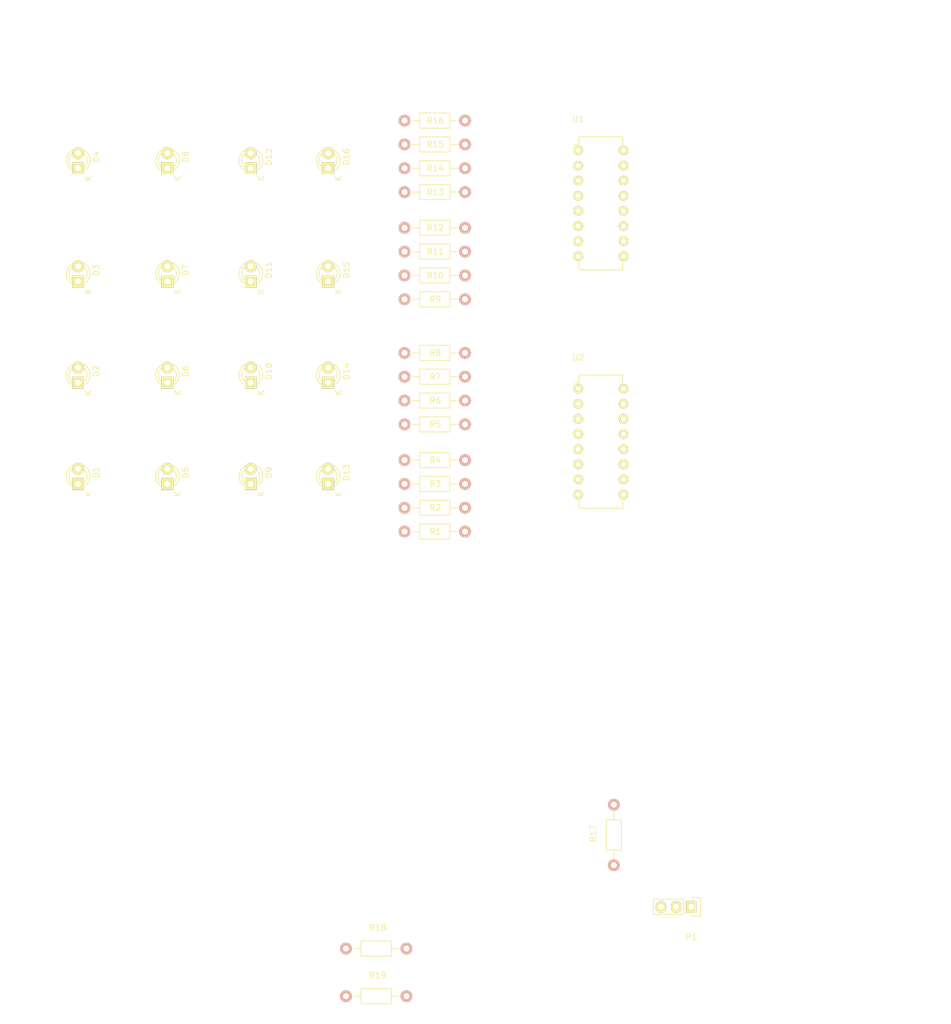
<source format=kicad_pcb>
(kicad_pcb (version 4) (host pcbnew 4.0.1-stable)

  (general
    (links 64)
    (no_connects 64)
    (area 0 0 0 0)
    (thickness 1.6)
    (drawings 6)
    (tracks 0)
    (zones 0)
    (modules 38)
    (nets 42)
  )

  (page A4)
  (layers
    (0 F.Cu signal)
    (31 B.Cu signal)
    (32 B.Adhes user)
    (33 F.Adhes user)
    (34 B.Paste user)
    (35 F.Paste user)
    (36 B.SilkS user)
    (37 F.SilkS user)
    (38 B.Mask user)
    (39 F.Mask user)
    (40 Dwgs.User user)
    (41 Cmts.User user)
    (42 Eco1.User user)
    (43 Eco2.User user)
    (44 Edge.Cuts user)
    (45 Margin user)
    (46 B.CrtYd user)
    (47 F.CrtYd user)
    (48 B.Fab user)
    (49 F.Fab user)
  )

  (setup
    (last_trace_width 0.25)
    (trace_clearance 0.2)
    (zone_clearance 0.508)
    (zone_45_only no)
    (trace_min 0.2)
    (segment_width 0.2)
    (edge_width 0.15)
    (via_size 0.6)
    (via_drill 0.4)
    (via_min_size 0.4)
    (via_min_drill 0.3)
    (uvia_size 0.3)
    (uvia_drill 0.1)
    (uvias_allowed no)
    (uvia_min_size 0.2)
    (uvia_min_drill 0.1)
    (pcb_text_width 0.3)
    (pcb_text_size 1.5 1.5)
    (mod_edge_width 0.15)
    (mod_text_size 1 1)
    (mod_text_width 0.15)
    (pad_size 1.524 1.524)
    (pad_drill 0.762)
    (pad_to_mask_clearance 0.2)
    (aux_axis_origin 0 0)
    (visible_elements 7FFFFFFF)
    (pcbplotparams
      (layerselection 0x00030_80000001)
      (usegerberextensions false)
      (excludeedgelayer true)
      (linewidth 0.100000)
      (plotframeref false)
      (viasonmask false)
      (mode 1)
      (useauxorigin false)
      (hpglpennumber 1)
      (hpglpenspeed 20)
      (hpglpendiameter 15)
      (hpglpenoverlay 2)
      (psnegative false)
      (psa4output false)
      (plotreference true)
      (plotvalue true)
      (plotinvisibletext false)
      (padsonsilk false)
      (subtractmaskfromsilk false)
      (outputformat 1)
      (mirror false)
      (drillshape 1)
      (scaleselection 1)
      (outputdirectory ""))
  )

  (net 0 "")
  (net 1 "Net-(D1-Pad1)")
  (net 2 "Net-(D1-Pad2)")
  (net 3 "Net-(D2-Pad2)")
  (net 4 "Net-(D3-Pad2)")
  (net 5 "Net-(D4-Pad2)")
  (net 6 "Net-(D5-Pad2)")
  (net 7 "Net-(D10-Pad1)")
  (net 8 "Net-(D6-Pad2)")
  (net 9 "Net-(D7-Pad2)")
  (net 10 "Net-(D12-Pad1)")
  (net 11 "Net-(D9-Pad2)")
  (net 12 "Net-(D10-Pad2)")
  (net 13 "Net-(D11-Pad2)")
  (net 14 "Net-(D12-Pad2)")
  (net 15 "Net-(D13-Pad2)")
  (net 16 "Net-(D14-Pad2)")
  (net 17 "Net-(D15-Pad2)")
  (net 18 "Net-(D16-Pad2)")
  (net 19 "Net-(P1-Pad1)")
  (net 20 "Net-(P1-Pad2)")
  (net 21 "Net-(P1-Pad3)")
  (net 22 "Net-(R1-Pad1)")
  (net 23 "Net-(R2-Pad1)")
  (net 24 "Net-(R3-Pad1)")
  (net 25 "Net-(R4-Pad1)")
  (net 26 "Net-(R5-Pad1)")
  (net 27 "Net-(R6-Pad1)")
  (net 28 "Net-(R7-Pad1)")
  (net 29 "Net-(R8-Pad1)")
  (net 30 "Net-(R9-Pad1)")
  (net 31 "Net-(R10-Pad1)")
  (net 32 "Net-(R11-Pad1)")
  (net 33 "Net-(R12-Pad1)")
  (net 34 "Net-(R13-Pad1)")
  (net 35 "Net-(R14-Pad1)")
  (net 36 "Net-(R15-Pad1)")
  (net 37 "Net-(R16-Pad1)")
  (net 38 GND)
  (net 39 VCC)
  (net 40 "Net-(R19-Pad2)")
  (net 41 "Net-(U2-Pad9)")

  (net_class Default "This is the default net class."
    (clearance 0.2)
    (trace_width 0.25)
    (via_dia 0.6)
    (via_drill 0.4)
    (uvia_dia 0.3)
    (uvia_drill 0.1)
    (add_net GND)
    (add_net "Net-(D1-Pad1)")
    (add_net "Net-(D1-Pad2)")
    (add_net "Net-(D10-Pad1)")
    (add_net "Net-(D10-Pad2)")
    (add_net "Net-(D11-Pad2)")
    (add_net "Net-(D12-Pad1)")
    (add_net "Net-(D12-Pad2)")
    (add_net "Net-(D13-Pad2)")
    (add_net "Net-(D14-Pad2)")
    (add_net "Net-(D15-Pad2)")
    (add_net "Net-(D16-Pad2)")
    (add_net "Net-(D2-Pad2)")
    (add_net "Net-(D3-Pad2)")
    (add_net "Net-(D4-Pad2)")
    (add_net "Net-(D5-Pad2)")
    (add_net "Net-(D6-Pad2)")
    (add_net "Net-(D7-Pad2)")
    (add_net "Net-(D9-Pad2)")
    (add_net "Net-(P1-Pad1)")
    (add_net "Net-(P1-Pad2)")
    (add_net "Net-(P1-Pad3)")
    (add_net "Net-(R1-Pad1)")
    (add_net "Net-(R10-Pad1)")
    (add_net "Net-(R11-Pad1)")
    (add_net "Net-(R12-Pad1)")
    (add_net "Net-(R13-Pad1)")
    (add_net "Net-(R14-Pad1)")
    (add_net "Net-(R15-Pad1)")
    (add_net "Net-(R16-Pad1)")
    (add_net "Net-(R19-Pad2)")
    (add_net "Net-(R2-Pad1)")
    (add_net "Net-(R3-Pad1)")
    (add_net "Net-(R4-Pad1)")
    (add_net "Net-(R5-Pad1)")
    (add_net "Net-(R6-Pad1)")
    (add_net "Net-(R7-Pad1)")
    (add_net "Net-(R8-Pad1)")
    (add_net "Net-(R9-Pad1)")
    (add_net "Net-(U2-Pad9)")
    (add_net VCC)
  )

  (module LEDs:LED-3MM (layer F.Cu) (tedit 559B82F6) (tstamp 56CAA25A)
    (at 63 123 90)
    (descr "LED 3mm round vertical")
    (tags "LED  3mm round vertical")
    (path /56CA6A20)
    (fp_text reference D1 (at 1.91 3.06 90) (layer F.SilkS)
      (effects (font (size 1 1) (thickness 0.15)))
    )
    (fp_text value LED (at 1.3 -2.9 90) (layer F.Fab)
      (effects (font (size 1 1) (thickness 0.15)))
    )
    (fp_line (start -1.2 2.3) (end 3.8 2.3) (layer F.CrtYd) (width 0.05))
    (fp_line (start 3.8 2.3) (end 3.8 -2.2) (layer F.CrtYd) (width 0.05))
    (fp_line (start 3.8 -2.2) (end -1.2 -2.2) (layer F.CrtYd) (width 0.05))
    (fp_line (start -1.2 -2.2) (end -1.2 2.3) (layer F.CrtYd) (width 0.05))
    (fp_line (start -0.199 1.314) (end -0.199 1.114) (layer F.SilkS) (width 0.15))
    (fp_line (start -0.199 -1.28) (end -0.199 -1.1) (layer F.SilkS) (width 0.15))
    (fp_arc (start 1.301 0.034) (end -0.199 -1.286) (angle 108.5) (layer F.SilkS) (width 0.15))
    (fp_arc (start 1.301 0.034) (end 0.25 -1.1) (angle 85.7) (layer F.SilkS) (width 0.15))
    (fp_arc (start 1.311 0.034) (end 3.051 0.994) (angle 110) (layer F.SilkS) (width 0.15))
    (fp_arc (start 1.301 0.034) (end 2.335 1.094) (angle 87.5) (layer F.SilkS) (width 0.15))
    (fp_text user K (at -1.69 1.74 90) (layer F.SilkS)
      (effects (font (size 1 1) (thickness 0.15)))
    )
    (pad 1 thru_hole rect (at 0 0 180) (size 2 2) (drill 1.00076) (layers *.Cu *.Mask F.SilkS)
      (net 1 "Net-(D1-Pad1)"))
    (pad 2 thru_hole circle (at 2.54 0 90) (size 2 2) (drill 1.00076) (layers *.Cu *.Mask F.SilkS)
      (net 2 "Net-(D1-Pad2)"))
    (model LEDs.3dshapes/LED-3MM.wrl
      (at (xyz 0.05 0 0))
      (scale (xyz 1 1 1))
      (rotate (xyz 0 0 90))
    )
  )

  (module LEDs:LED-3MM (layer F.Cu) (tedit 559B82F6) (tstamp 56CAA260)
    (at 63 106 90)
    (descr "LED 3mm round vertical")
    (tags "LED  3mm round vertical")
    (path /56CA6A2C)
    (fp_text reference D2 (at 1.91 3.06 90) (layer F.SilkS)
      (effects (font (size 1 1) (thickness 0.15)))
    )
    (fp_text value LED (at 1.3 -2.9 90) (layer F.Fab)
      (effects (font (size 1 1) (thickness 0.15)))
    )
    (fp_line (start -1.2 2.3) (end 3.8 2.3) (layer F.CrtYd) (width 0.05))
    (fp_line (start 3.8 2.3) (end 3.8 -2.2) (layer F.CrtYd) (width 0.05))
    (fp_line (start 3.8 -2.2) (end -1.2 -2.2) (layer F.CrtYd) (width 0.05))
    (fp_line (start -1.2 -2.2) (end -1.2 2.3) (layer F.CrtYd) (width 0.05))
    (fp_line (start -0.199 1.314) (end -0.199 1.114) (layer F.SilkS) (width 0.15))
    (fp_line (start -0.199 -1.28) (end -0.199 -1.1) (layer F.SilkS) (width 0.15))
    (fp_arc (start 1.301 0.034) (end -0.199 -1.286) (angle 108.5) (layer F.SilkS) (width 0.15))
    (fp_arc (start 1.301 0.034) (end 0.25 -1.1) (angle 85.7) (layer F.SilkS) (width 0.15))
    (fp_arc (start 1.311 0.034) (end 3.051 0.994) (angle 110) (layer F.SilkS) (width 0.15))
    (fp_arc (start 1.301 0.034) (end 2.335 1.094) (angle 87.5) (layer F.SilkS) (width 0.15))
    (fp_text user K (at -1.69 1.74 90) (layer F.SilkS)
      (effects (font (size 1 1) (thickness 0.15)))
    )
    (pad 1 thru_hole rect (at 0 0 180) (size 2 2) (drill 1.00076) (layers *.Cu *.Mask F.SilkS)
      (net 1 "Net-(D1-Pad1)"))
    (pad 2 thru_hole circle (at 2.54 0 90) (size 2 2) (drill 1.00076) (layers *.Cu *.Mask F.SilkS)
      (net 3 "Net-(D2-Pad2)"))
    (model LEDs.3dshapes/LED-3MM.wrl
      (at (xyz 0.05 0 0))
      (scale (xyz 1 1 1))
      (rotate (xyz 0 0 90))
    )
  )

  (module LEDs:LED-3MM (layer F.Cu) (tedit 559B82F6) (tstamp 56CAA266)
    (at 63 89 90)
    (descr "LED 3mm round vertical")
    (tags "LED  3mm round vertical")
    (path /56CA70CE)
    (fp_text reference D3 (at 1.91 3.06 90) (layer F.SilkS)
      (effects (font (size 1 1) (thickness 0.15)))
    )
    (fp_text value LED (at 1.3 -2.9 90) (layer F.Fab)
      (effects (font (size 1 1) (thickness 0.15)))
    )
    (fp_line (start -1.2 2.3) (end 3.8 2.3) (layer F.CrtYd) (width 0.05))
    (fp_line (start 3.8 2.3) (end 3.8 -2.2) (layer F.CrtYd) (width 0.05))
    (fp_line (start 3.8 -2.2) (end -1.2 -2.2) (layer F.CrtYd) (width 0.05))
    (fp_line (start -1.2 -2.2) (end -1.2 2.3) (layer F.CrtYd) (width 0.05))
    (fp_line (start -0.199 1.314) (end -0.199 1.114) (layer F.SilkS) (width 0.15))
    (fp_line (start -0.199 -1.28) (end -0.199 -1.1) (layer F.SilkS) (width 0.15))
    (fp_arc (start 1.301 0.034) (end -0.199 -1.286) (angle 108.5) (layer F.SilkS) (width 0.15))
    (fp_arc (start 1.301 0.034) (end 0.25 -1.1) (angle 85.7) (layer F.SilkS) (width 0.15))
    (fp_arc (start 1.311 0.034) (end 3.051 0.994) (angle 110) (layer F.SilkS) (width 0.15))
    (fp_arc (start 1.301 0.034) (end 2.335 1.094) (angle 87.5) (layer F.SilkS) (width 0.15))
    (fp_text user K (at -1.69 1.74 90) (layer F.SilkS)
      (effects (font (size 1 1) (thickness 0.15)))
    )
    (pad 1 thru_hole rect (at 0 0 180) (size 2 2) (drill 1.00076) (layers *.Cu *.Mask F.SilkS)
      (net 1 "Net-(D1-Pad1)"))
    (pad 2 thru_hole circle (at 2.54 0 90) (size 2 2) (drill 1.00076) (layers *.Cu *.Mask F.SilkS)
      (net 4 "Net-(D3-Pad2)"))
    (model LEDs.3dshapes/LED-3MM.wrl
      (at (xyz 0.05 0 0))
      (scale (xyz 1 1 1))
      (rotate (xyz 0 0 90))
    )
  )

  (module LEDs:LED-3MM (layer F.Cu) (tedit 559B82F6) (tstamp 56CAA26C)
    (at 63 70 90)
    (descr "LED 3mm round vertical")
    (tags "LED  3mm round vertical")
    (path /56CA70DA)
    (fp_text reference D4 (at 1.91 3.06 90) (layer F.SilkS)
      (effects (font (size 1 1) (thickness 0.15)))
    )
    (fp_text value LED (at 1.3 -2.9 90) (layer F.Fab)
      (effects (font (size 1 1) (thickness 0.15)))
    )
    (fp_line (start -1.2 2.3) (end 3.8 2.3) (layer F.CrtYd) (width 0.05))
    (fp_line (start 3.8 2.3) (end 3.8 -2.2) (layer F.CrtYd) (width 0.05))
    (fp_line (start 3.8 -2.2) (end -1.2 -2.2) (layer F.CrtYd) (width 0.05))
    (fp_line (start -1.2 -2.2) (end -1.2 2.3) (layer F.CrtYd) (width 0.05))
    (fp_line (start -0.199 1.314) (end -0.199 1.114) (layer F.SilkS) (width 0.15))
    (fp_line (start -0.199 -1.28) (end -0.199 -1.1) (layer F.SilkS) (width 0.15))
    (fp_arc (start 1.301 0.034) (end -0.199 -1.286) (angle 108.5) (layer F.SilkS) (width 0.15))
    (fp_arc (start 1.301 0.034) (end 0.25 -1.1) (angle 85.7) (layer F.SilkS) (width 0.15))
    (fp_arc (start 1.311 0.034) (end 3.051 0.994) (angle 110) (layer F.SilkS) (width 0.15))
    (fp_arc (start 1.301 0.034) (end 2.335 1.094) (angle 87.5) (layer F.SilkS) (width 0.15))
    (fp_text user K (at -1.69 1.74 90) (layer F.SilkS)
      (effects (font (size 1 1) (thickness 0.15)))
    )
    (pad 1 thru_hole rect (at 0 0 180) (size 2 2) (drill 1.00076) (layers *.Cu *.Mask F.SilkS)
      (net 1 "Net-(D1-Pad1)"))
    (pad 2 thru_hole circle (at 2.54 0 90) (size 2 2) (drill 1.00076) (layers *.Cu *.Mask F.SilkS)
      (net 5 "Net-(D4-Pad2)"))
    (model LEDs.3dshapes/LED-3MM.wrl
      (at (xyz 0.05 0 0))
      (scale (xyz 1 1 1))
      (rotate (xyz 0 0 90))
    )
  )

  (module LEDs:LED-3MM (layer F.Cu) (tedit 559B82F6) (tstamp 56CAA272)
    (at 78 123 90)
    (descr "LED 3mm round vertical")
    (tags "LED  3mm round vertical")
    (path /56CA6A26)
    (fp_text reference D5 (at 1.91 3.06 90) (layer F.SilkS)
      (effects (font (size 1 1) (thickness 0.15)))
    )
    (fp_text value LED (at 1.3 -2.9 90) (layer F.Fab)
      (effects (font (size 1 1) (thickness 0.15)))
    )
    (fp_line (start -1.2 2.3) (end 3.8 2.3) (layer F.CrtYd) (width 0.05))
    (fp_line (start 3.8 2.3) (end 3.8 -2.2) (layer F.CrtYd) (width 0.05))
    (fp_line (start 3.8 -2.2) (end -1.2 -2.2) (layer F.CrtYd) (width 0.05))
    (fp_line (start -1.2 -2.2) (end -1.2 2.3) (layer F.CrtYd) (width 0.05))
    (fp_line (start -0.199 1.314) (end -0.199 1.114) (layer F.SilkS) (width 0.15))
    (fp_line (start -0.199 -1.28) (end -0.199 -1.1) (layer F.SilkS) (width 0.15))
    (fp_arc (start 1.301 0.034) (end -0.199 -1.286) (angle 108.5) (layer F.SilkS) (width 0.15))
    (fp_arc (start 1.301 0.034) (end 0.25 -1.1) (angle 85.7) (layer F.SilkS) (width 0.15))
    (fp_arc (start 1.311 0.034) (end 3.051 0.994) (angle 110) (layer F.SilkS) (width 0.15))
    (fp_arc (start 1.301 0.034) (end 2.335 1.094) (angle 87.5) (layer F.SilkS) (width 0.15))
    (fp_text user K (at -1.69 1.74 90) (layer F.SilkS)
      (effects (font (size 1 1) (thickness 0.15)))
    )
    (pad 1 thru_hole rect (at 0 0 180) (size 2 2) (drill 1.00076) (layers *.Cu *.Mask F.SilkS)
      (net 1 "Net-(D1-Pad1)"))
    (pad 2 thru_hole circle (at 2.54 0 90) (size 2 2) (drill 1.00076) (layers *.Cu *.Mask F.SilkS)
      (net 6 "Net-(D5-Pad2)"))
    (model LEDs.3dshapes/LED-3MM.wrl
      (at (xyz 0.05 0 0))
      (scale (xyz 1 1 1))
      (rotate (xyz 0 0 90))
    )
  )

  (module LEDs:LED-3MM (layer F.Cu) (tedit 559B82F6) (tstamp 56CAA278)
    (at 78 106 90)
    (descr "LED 3mm round vertical")
    (tags "LED  3mm round vertical")
    (path /56CA6A32)
    (fp_text reference D6 (at 1.91 3.06 90) (layer F.SilkS)
      (effects (font (size 1 1) (thickness 0.15)))
    )
    (fp_text value LED (at 1.3 -2.9 90) (layer F.Fab)
      (effects (font (size 1 1) (thickness 0.15)))
    )
    (fp_line (start -1.2 2.3) (end 3.8 2.3) (layer F.CrtYd) (width 0.05))
    (fp_line (start 3.8 2.3) (end 3.8 -2.2) (layer F.CrtYd) (width 0.05))
    (fp_line (start 3.8 -2.2) (end -1.2 -2.2) (layer F.CrtYd) (width 0.05))
    (fp_line (start -1.2 -2.2) (end -1.2 2.3) (layer F.CrtYd) (width 0.05))
    (fp_line (start -0.199 1.314) (end -0.199 1.114) (layer F.SilkS) (width 0.15))
    (fp_line (start -0.199 -1.28) (end -0.199 -1.1) (layer F.SilkS) (width 0.15))
    (fp_arc (start 1.301 0.034) (end -0.199 -1.286) (angle 108.5) (layer F.SilkS) (width 0.15))
    (fp_arc (start 1.301 0.034) (end 0.25 -1.1) (angle 85.7) (layer F.SilkS) (width 0.15))
    (fp_arc (start 1.311 0.034) (end 3.051 0.994) (angle 110) (layer F.SilkS) (width 0.15))
    (fp_arc (start 1.301 0.034) (end 2.335 1.094) (angle 87.5) (layer F.SilkS) (width 0.15))
    (fp_text user K (at -1.69 1.74 90) (layer F.SilkS)
      (effects (font (size 1 1) (thickness 0.15)))
    )
    (pad 1 thru_hole rect (at 0 0 180) (size 2 2) (drill 1.00076) (layers *.Cu *.Mask F.SilkS)
      (net 7 "Net-(D10-Pad1)"))
    (pad 2 thru_hole circle (at 2.54 0 90) (size 2 2) (drill 1.00076) (layers *.Cu *.Mask F.SilkS)
      (net 8 "Net-(D6-Pad2)"))
    (model LEDs.3dshapes/LED-3MM.wrl
      (at (xyz 0.05 0 0))
      (scale (xyz 1 1 1))
      (rotate (xyz 0 0 90))
    )
  )

  (module LEDs:LED-3MM (layer F.Cu) (tedit 559B82F6) (tstamp 56CAA27E)
    (at 78 89 90)
    (descr "LED 3mm round vertical")
    (tags "LED  3mm round vertical")
    (path /56CA70D4)
    (fp_text reference D7 (at 1.91 3.06 90) (layer F.SilkS)
      (effects (font (size 1 1) (thickness 0.15)))
    )
    (fp_text value LED (at 1.3 -2.9 90) (layer F.Fab)
      (effects (font (size 1 1) (thickness 0.15)))
    )
    (fp_line (start -1.2 2.3) (end 3.8 2.3) (layer F.CrtYd) (width 0.05))
    (fp_line (start 3.8 2.3) (end 3.8 -2.2) (layer F.CrtYd) (width 0.05))
    (fp_line (start 3.8 -2.2) (end -1.2 -2.2) (layer F.CrtYd) (width 0.05))
    (fp_line (start -1.2 -2.2) (end -1.2 2.3) (layer F.CrtYd) (width 0.05))
    (fp_line (start -0.199 1.314) (end -0.199 1.114) (layer F.SilkS) (width 0.15))
    (fp_line (start -0.199 -1.28) (end -0.199 -1.1) (layer F.SilkS) (width 0.15))
    (fp_arc (start 1.301 0.034) (end -0.199 -1.286) (angle 108.5) (layer F.SilkS) (width 0.15))
    (fp_arc (start 1.301 0.034) (end 0.25 -1.1) (angle 85.7) (layer F.SilkS) (width 0.15))
    (fp_arc (start 1.311 0.034) (end 3.051 0.994) (angle 110) (layer F.SilkS) (width 0.15))
    (fp_arc (start 1.301 0.034) (end 2.335 1.094) (angle 87.5) (layer F.SilkS) (width 0.15))
    (fp_text user K (at -1.69 1.74 90) (layer F.SilkS)
      (effects (font (size 1 1) (thickness 0.15)))
    )
    (pad 1 thru_hole rect (at 0 0 180) (size 2 2) (drill 1.00076) (layers *.Cu *.Mask F.SilkS)
      (net 7 "Net-(D10-Pad1)"))
    (pad 2 thru_hole circle (at 2.54 0 90) (size 2 2) (drill 1.00076) (layers *.Cu *.Mask F.SilkS)
      (net 9 "Net-(D7-Pad2)"))
    (model LEDs.3dshapes/LED-3MM.wrl
      (at (xyz 0.05 0 0))
      (scale (xyz 1 1 1))
      (rotate (xyz 0 0 90))
    )
  )

  (module LEDs:LED-3MM (layer F.Cu) (tedit 559B82F6) (tstamp 56CAA284)
    (at 78 70 90)
    (descr "LED 3mm round vertical")
    (tags "LED  3mm round vertical")
    (path /56CA70E0)
    (fp_text reference D8 (at 1.91 3.06 90) (layer F.SilkS)
      (effects (font (size 1 1) (thickness 0.15)))
    )
    (fp_text value LED (at 1.3 -2.9 90) (layer F.Fab)
      (effects (font (size 1 1) (thickness 0.15)))
    )
    (fp_line (start -1.2 2.3) (end 3.8 2.3) (layer F.CrtYd) (width 0.05))
    (fp_line (start 3.8 2.3) (end 3.8 -2.2) (layer F.CrtYd) (width 0.05))
    (fp_line (start 3.8 -2.2) (end -1.2 -2.2) (layer F.CrtYd) (width 0.05))
    (fp_line (start -1.2 -2.2) (end -1.2 2.3) (layer F.CrtYd) (width 0.05))
    (fp_line (start -0.199 1.314) (end -0.199 1.114) (layer F.SilkS) (width 0.15))
    (fp_line (start -0.199 -1.28) (end -0.199 -1.1) (layer F.SilkS) (width 0.15))
    (fp_arc (start 1.301 0.034) (end -0.199 -1.286) (angle 108.5) (layer F.SilkS) (width 0.15))
    (fp_arc (start 1.301 0.034) (end 0.25 -1.1) (angle 85.7) (layer F.SilkS) (width 0.15))
    (fp_arc (start 1.311 0.034) (end 3.051 0.994) (angle 110) (layer F.SilkS) (width 0.15))
    (fp_arc (start 1.301 0.034) (end 2.335 1.094) (angle 87.5) (layer F.SilkS) (width 0.15))
    (fp_text user K (at -1.69 1.74 90) (layer F.SilkS)
      (effects (font (size 1 1) (thickness 0.15)))
    )
    (pad 1 thru_hole rect (at 0 0 180) (size 2 2) (drill 1.00076) (layers *.Cu *.Mask F.SilkS)
      (net 1 "Net-(D1-Pad1)"))
    (pad 2 thru_hole circle (at 2.54 0 90) (size 2 2) (drill 1.00076) (layers *.Cu *.Mask F.SilkS)
      (net 10 "Net-(D12-Pad1)"))
    (model LEDs.3dshapes/LED-3MM.wrl
      (at (xyz 0.05 0 0))
      (scale (xyz 1 1 1))
      (rotate (xyz 0 0 90))
    )
  )

  (module LEDs:LED-3MM (layer F.Cu) (tedit 559B82F6) (tstamp 56CAA28A)
    (at 92 123 90)
    (descr "LED 3mm round vertical")
    (tags "LED  3mm round vertical")
    (path /56CA6FBE)
    (fp_text reference D9 (at 1.91 3.06 90) (layer F.SilkS)
      (effects (font (size 1 1) (thickness 0.15)))
    )
    (fp_text value LED (at 1.3 -2.9 90) (layer F.Fab)
      (effects (font (size 1 1) (thickness 0.15)))
    )
    (fp_line (start -1.2 2.3) (end 3.8 2.3) (layer F.CrtYd) (width 0.05))
    (fp_line (start 3.8 2.3) (end 3.8 -2.2) (layer F.CrtYd) (width 0.05))
    (fp_line (start 3.8 -2.2) (end -1.2 -2.2) (layer F.CrtYd) (width 0.05))
    (fp_line (start -1.2 -2.2) (end -1.2 2.3) (layer F.CrtYd) (width 0.05))
    (fp_line (start -0.199 1.314) (end -0.199 1.114) (layer F.SilkS) (width 0.15))
    (fp_line (start -0.199 -1.28) (end -0.199 -1.1) (layer F.SilkS) (width 0.15))
    (fp_arc (start 1.301 0.034) (end -0.199 -1.286) (angle 108.5) (layer F.SilkS) (width 0.15))
    (fp_arc (start 1.301 0.034) (end 0.25 -1.1) (angle 85.7) (layer F.SilkS) (width 0.15))
    (fp_arc (start 1.311 0.034) (end 3.051 0.994) (angle 110) (layer F.SilkS) (width 0.15))
    (fp_arc (start 1.301 0.034) (end 2.335 1.094) (angle 87.5) (layer F.SilkS) (width 0.15))
    (fp_text user K (at -1.69 1.74 90) (layer F.SilkS)
      (effects (font (size 1 1) (thickness 0.15)))
    )
    (pad 1 thru_hole rect (at 0 0 180) (size 2 2) (drill 1.00076) (layers *.Cu *.Mask F.SilkS)
      (net 1 "Net-(D1-Pad1)"))
    (pad 2 thru_hole circle (at 2.54 0 90) (size 2 2) (drill 1.00076) (layers *.Cu *.Mask F.SilkS)
      (net 11 "Net-(D9-Pad2)"))
    (model LEDs.3dshapes/LED-3MM.wrl
      (at (xyz 0.05 0 0))
      (scale (xyz 1 1 1))
      (rotate (xyz 0 0 90))
    )
  )

  (module LEDs:LED-3MM (layer F.Cu) (tedit 559B82F6) (tstamp 56CAA290)
    (at 92 106 90)
    (descr "LED 3mm round vertical")
    (tags "LED  3mm round vertical")
    (path /56CA6FCA)
    (fp_text reference D10 (at 1.91 3.06 90) (layer F.SilkS)
      (effects (font (size 1 1) (thickness 0.15)))
    )
    (fp_text value LED (at 1.3 -2.9 90) (layer F.Fab)
      (effects (font (size 1 1) (thickness 0.15)))
    )
    (fp_line (start -1.2 2.3) (end 3.8 2.3) (layer F.CrtYd) (width 0.05))
    (fp_line (start 3.8 2.3) (end 3.8 -2.2) (layer F.CrtYd) (width 0.05))
    (fp_line (start 3.8 -2.2) (end -1.2 -2.2) (layer F.CrtYd) (width 0.05))
    (fp_line (start -1.2 -2.2) (end -1.2 2.3) (layer F.CrtYd) (width 0.05))
    (fp_line (start -0.199 1.314) (end -0.199 1.114) (layer F.SilkS) (width 0.15))
    (fp_line (start -0.199 -1.28) (end -0.199 -1.1) (layer F.SilkS) (width 0.15))
    (fp_arc (start 1.301 0.034) (end -0.199 -1.286) (angle 108.5) (layer F.SilkS) (width 0.15))
    (fp_arc (start 1.301 0.034) (end 0.25 -1.1) (angle 85.7) (layer F.SilkS) (width 0.15))
    (fp_arc (start 1.311 0.034) (end 3.051 0.994) (angle 110) (layer F.SilkS) (width 0.15))
    (fp_arc (start 1.301 0.034) (end 2.335 1.094) (angle 87.5) (layer F.SilkS) (width 0.15))
    (fp_text user K (at -1.69 1.74 90) (layer F.SilkS)
      (effects (font (size 1 1) (thickness 0.15)))
    )
    (pad 1 thru_hole rect (at 0 0 180) (size 2 2) (drill 1.00076) (layers *.Cu *.Mask F.SilkS)
      (net 7 "Net-(D10-Pad1)"))
    (pad 2 thru_hole circle (at 2.54 0 90) (size 2 2) (drill 1.00076) (layers *.Cu *.Mask F.SilkS)
      (net 12 "Net-(D10-Pad2)"))
    (model LEDs.3dshapes/LED-3MM.wrl
      (at (xyz 0.05 0 0))
      (scale (xyz 1 1 1))
      (rotate (xyz 0 0 90))
    )
  )

  (module LEDs:LED-3MM (layer F.Cu) (tedit 559B82F6) (tstamp 56CAA296)
    (at 92 89 90)
    (descr "LED 3mm round vertical")
    (tags "LED  3mm round vertical")
    (path /56CA70E6)
    (fp_text reference D11 (at 1.91 3.06 90) (layer F.SilkS)
      (effects (font (size 1 1) (thickness 0.15)))
    )
    (fp_text value LED (at 1.3 -2.9 90) (layer F.Fab)
      (effects (font (size 1 1) (thickness 0.15)))
    )
    (fp_line (start -1.2 2.3) (end 3.8 2.3) (layer F.CrtYd) (width 0.05))
    (fp_line (start 3.8 2.3) (end 3.8 -2.2) (layer F.CrtYd) (width 0.05))
    (fp_line (start 3.8 -2.2) (end -1.2 -2.2) (layer F.CrtYd) (width 0.05))
    (fp_line (start -1.2 -2.2) (end -1.2 2.3) (layer F.CrtYd) (width 0.05))
    (fp_line (start -0.199 1.314) (end -0.199 1.114) (layer F.SilkS) (width 0.15))
    (fp_line (start -0.199 -1.28) (end -0.199 -1.1) (layer F.SilkS) (width 0.15))
    (fp_arc (start 1.301 0.034) (end -0.199 -1.286) (angle 108.5) (layer F.SilkS) (width 0.15))
    (fp_arc (start 1.301 0.034) (end 0.25 -1.1) (angle 85.7) (layer F.SilkS) (width 0.15))
    (fp_arc (start 1.311 0.034) (end 3.051 0.994) (angle 110) (layer F.SilkS) (width 0.15))
    (fp_arc (start 1.301 0.034) (end 2.335 1.094) (angle 87.5) (layer F.SilkS) (width 0.15))
    (fp_text user K (at -1.69 1.74 90) (layer F.SilkS)
      (effects (font (size 1 1) (thickness 0.15)))
    )
    (pad 1 thru_hole rect (at 0 0 180) (size 2 2) (drill 1.00076) (layers *.Cu *.Mask F.SilkS)
      (net 7 "Net-(D10-Pad1)"))
    (pad 2 thru_hole circle (at 2.54 0 90) (size 2 2) (drill 1.00076) (layers *.Cu *.Mask F.SilkS)
      (net 13 "Net-(D11-Pad2)"))
    (model LEDs.3dshapes/LED-3MM.wrl
      (at (xyz 0.05 0 0))
      (scale (xyz 1 1 1))
      (rotate (xyz 0 0 90))
    )
  )

  (module LEDs:LED-3MM (layer F.Cu) (tedit 559B82F6) (tstamp 56CAA29C)
    (at 92 70 90)
    (descr "LED 3mm round vertical")
    (tags "LED  3mm round vertical")
    (path /56CA70F2)
    (fp_text reference D12 (at 1.91 3.06 90) (layer F.SilkS)
      (effects (font (size 1 1) (thickness 0.15)))
    )
    (fp_text value LED (at 1.3 -2.9 90) (layer F.Fab)
      (effects (font (size 1 1) (thickness 0.15)))
    )
    (fp_line (start -1.2 2.3) (end 3.8 2.3) (layer F.CrtYd) (width 0.05))
    (fp_line (start 3.8 2.3) (end 3.8 -2.2) (layer F.CrtYd) (width 0.05))
    (fp_line (start 3.8 -2.2) (end -1.2 -2.2) (layer F.CrtYd) (width 0.05))
    (fp_line (start -1.2 -2.2) (end -1.2 2.3) (layer F.CrtYd) (width 0.05))
    (fp_line (start -0.199 1.314) (end -0.199 1.114) (layer F.SilkS) (width 0.15))
    (fp_line (start -0.199 -1.28) (end -0.199 -1.1) (layer F.SilkS) (width 0.15))
    (fp_arc (start 1.301 0.034) (end -0.199 -1.286) (angle 108.5) (layer F.SilkS) (width 0.15))
    (fp_arc (start 1.301 0.034) (end 0.25 -1.1) (angle 85.7) (layer F.SilkS) (width 0.15))
    (fp_arc (start 1.311 0.034) (end 3.051 0.994) (angle 110) (layer F.SilkS) (width 0.15))
    (fp_arc (start 1.301 0.034) (end 2.335 1.094) (angle 87.5) (layer F.SilkS) (width 0.15))
    (fp_text user K (at -1.69 1.74 90) (layer F.SilkS)
      (effects (font (size 1 1) (thickness 0.15)))
    )
    (pad 1 thru_hole rect (at 0 0 180) (size 2 2) (drill 1.00076) (layers *.Cu *.Mask F.SilkS)
      (net 10 "Net-(D12-Pad1)"))
    (pad 2 thru_hole circle (at 2.54 0 90) (size 2 2) (drill 1.00076) (layers *.Cu *.Mask F.SilkS)
      (net 14 "Net-(D12-Pad2)"))
    (model LEDs.3dshapes/LED-3MM.wrl
      (at (xyz 0.05 0 0))
      (scale (xyz 1 1 1))
      (rotate (xyz 0 0 90))
    )
  )

  (module LEDs:LED-3MM (layer F.Cu) (tedit 559B82F6) (tstamp 56CAA2A2)
    (at 105 123 90)
    (descr "LED 3mm round vertical")
    (tags "LED  3mm round vertical")
    (path /56CA6FC4)
    (fp_text reference D13 (at 1.91 3.06 90) (layer F.SilkS)
      (effects (font (size 1 1) (thickness 0.15)))
    )
    (fp_text value LED (at 1.3 -2.9 90) (layer F.Fab)
      (effects (font (size 1 1) (thickness 0.15)))
    )
    (fp_line (start -1.2 2.3) (end 3.8 2.3) (layer F.CrtYd) (width 0.05))
    (fp_line (start 3.8 2.3) (end 3.8 -2.2) (layer F.CrtYd) (width 0.05))
    (fp_line (start 3.8 -2.2) (end -1.2 -2.2) (layer F.CrtYd) (width 0.05))
    (fp_line (start -1.2 -2.2) (end -1.2 2.3) (layer F.CrtYd) (width 0.05))
    (fp_line (start -0.199 1.314) (end -0.199 1.114) (layer F.SilkS) (width 0.15))
    (fp_line (start -0.199 -1.28) (end -0.199 -1.1) (layer F.SilkS) (width 0.15))
    (fp_arc (start 1.301 0.034) (end -0.199 -1.286) (angle 108.5) (layer F.SilkS) (width 0.15))
    (fp_arc (start 1.301 0.034) (end 0.25 -1.1) (angle 85.7) (layer F.SilkS) (width 0.15))
    (fp_arc (start 1.311 0.034) (end 3.051 0.994) (angle 110) (layer F.SilkS) (width 0.15))
    (fp_arc (start 1.301 0.034) (end 2.335 1.094) (angle 87.5) (layer F.SilkS) (width 0.15))
    (fp_text user K (at -1.69 1.74 90) (layer F.SilkS)
      (effects (font (size 1 1) (thickness 0.15)))
    )
    (pad 1 thru_hole rect (at 0 0 180) (size 2 2) (drill 1.00076) (layers *.Cu *.Mask F.SilkS)
      (net 1 "Net-(D1-Pad1)"))
    (pad 2 thru_hole circle (at 2.54 0 90) (size 2 2) (drill 1.00076) (layers *.Cu *.Mask F.SilkS)
      (net 15 "Net-(D13-Pad2)"))
    (model LEDs.3dshapes/LED-3MM.wrl
      (at (xyz 0.05 0 0))
      (scale (xyz 1 1 1))
      (rotate (xyz 0 0 90))
    )
  )

  (module LEDs:LED-3MM (layer F.Cu) (tedit 559B82F6) (tstamp 56CAA2A8)
    (at 105 106 90)
    (descr "LED 3mm round vertical")
    (tags "LED  3mm round vertical")
    (path /56CA6FD0)
    (fp_text reference D14 (at 1.91 3.06 90) (layer F.SilkS)
      (effects (font (size 1 1) (thickness 0.15)))
    )
    (fp_text value LED (at 1.3 -2.9 90) (layer F.Fab)
      (effects (font (size 1 1) (thickness 0.15)))
    )
    (fp_line (start -1.2 2.3) (end 3.8 2.3) (layer F.CrtYd) (width 0.05))
    (fp_line (start 3.8 2.3) (end 3.8 -2.2) (layer F.CrtYd) (width 0.05))
    (fp_line (start 3.8 -2.2) (end -1.2 -2.2) (layer F.CrtYd) (width 0.05))
    (fp_line (start -1.2 -2.2) (end -1.2 2.3) (layer F.CrtYd) (width 0.05))
    (fp_line (start -0.199 1.314) (end -0.199 1.114) (layer F.SilkS) (width 0.15))
    (fp_line (start -0.199 -1.28) (end -0.199 -1.1) (layer F.SilkS) (width 0.15))
    (fp_arc (start 1.301 0.034) (end -0.199 -1.286) (angle 108.5) (layer F.SilkS) (width 0.15))
    (fp_arc (start 1.301 0.034) (end 0.25 -1.1) (angle 85.7) (layer F.SilkS) (width 0.15))
    (fp_arc (start 1.311 0.034) (end 3.051 0.994) (angle 110) (layer F.SilkS) (width 0.15))
    (fp_arc (start 1.301 0.034) (end 2.335 1.094) (angle 87.5) (layer F.SilkS) (width 0.15))
    (fp_text user K (at -1.69 1.74 90) (layer F.SilkS)
      (effects (font (size 1 1) (thickness 0.15)))
    )
    (pad 1 thru_hole rect (at 0 0 180) (size 2 2) (drill 1.00076) (layers *.Cu *.Mask F.SilkS)
      (net 7 "Net-(D10-Pad1)"))
    (pad 2 thru_hole circle (at 2.54 0 90) (size 2 2) (drill 1.00076) (layers *.Cu *.Mask F.SilkS)
      (net 16 "Net-(D14-Pad2)"))
    (model LEDs.3dshapes/LED-3MM.wrl
      (at (xyz 0.05 0 0))
      (scale (xyz 1 1 1))
      (rotate (xyz 0 0 90))
    )
  )

  (module LEDs:LED-3MM (layer F.Cu) (tedit 559B82F6) (tstamp 56CAA2AE)
    (at 105 89 90)
    (descr "LED 3mm round vertical")
    (tags "LED  3mm round vertical")
    (path /56CA70EC)
    (fp_text reference D15 (at 1.91 3.06 90) (layer F.SilkS)
      (effects (font (size 1 1) (thickness 0.15)))
    )
    (fp_text value LED (at 1.3 -2.9 90) (layer F.Fab)
      (effects (font (size 1 1) (thickness 0.15)))
    )
    (fp_line (start -1.2 2.3) (end 3.8 2.3) (layer F.CrtYd) (width 0.05))
    (fp_line (start 3.8 2.3) (end 3.8 -2.2) (layer F.CrtYd) (width 0.05))
    (fp_line (start 3.8 -2.2) (end -1.2 -2.2) (layer F.CrtYd) (width 0.05))
    (fp_line (start -1.2 -2.2) (end -1.2 2.3) (layer F.CrtYd) (width 0.05))
    (fp_line (start -0.199 1.314) (end -0.199 1.114) (layer F.SilkS) (width 0.15))
    (fp_line (start -0.199 -1.28) (end -0.199 -1.1) (layer F.SilkS) (width 0.15))
    (fp_arc (start 1.301 0.034) (end -0.199 -1.286) (angle 108.5) (layer F.SilkS) (width 0.15))
    (fp_arc (start 1.301 0.034) (end 0.25 -1.1) (angle 85.7) (layer F.SilkS) (width 0.15))
    (fp_arc (start 1.311 0.034) (end 3.051 0.994) (angle 110) (layer F.SilkS) (width 0.15))
    (fp_arc (start 1.301 0.034) (end 2.335 1.094) (angle 87.5) (layer F.SilkS) (width 0.15))
    (fp_text user K (at -1.69 1.74 90) (layer F.SilkS)
      (effects (font (size 1 1) (thickness 0.15)))
    )
    (pad 1 thru_hole rect (at 0 0 180) (size 2 2) (drill 1.00076) (layers *.Cu *.Mask F.SilkS)
      (net 7 "Net-(D10-Pad1)"))
    (pad 2 thru_hole circle (at 2.54 0 90) (size 2 2) (drill 1.00076) (layers *.Cu *.Mask F.SilkS)
      (net 17 "Net-(D15-Pad2)"))
    (model LEDs.3dshapes/LED-3MM.wrl
      (at (xyz 0.05 0 0))
      (scale (xyz 1 1 1))
      (rotate (xyz 0 0 90))
    )
  )

  (module LEDs:LED-3MM (layer F.Cu) (tedit 559B82F6) (tstamp 56CAA2B4)
    (at 105 70 90)
    (descr "LED 3mm round vertical")
    (tags "LED  3mm round vertical")
    (path /56CA70F8)
    (fp_text reference D16 (at 1.91 3.06 90) (layer F.SilkS)
      (effects (font (size 1 1) (thickness 0.15)))
    )
    (fp_text value LED (at 1.3 -2.9 90) (layer F.Fab)
      (effects (font (size 1 1) (thickness 0.15)))
    )
    (fp_line (start -1.2 2.3) (end 3.8 2.3) (layer F.CrtYd) (width 0.05))
    (fp_line (start 3.8 2.3) (end 3.8 -2.2) (layer F.CrtYd) (width 0.05))
    (fp_line (start 3.8 -2.2) (end -1.2 -2.2) (layer F.CrtYd) (width 0.05))
    (fp_line (start -1.2 -2.2) (end -1.2 2.3) (layer F.CrtYd) (width 0.05))
    (fp_line (start -0.199 1.314) (end -0.199 1.114) (layer F.SilkS) (width 0.15))
    (fp_line (start -0.199 -1.28) (end -0.199 -1.1) (layer F.SilkS) (width 0.15))
    (fp_arc (start 1.301 0.034) (end -0.199 -1.286) (angle 108.5) (layer F.SilkS) (width 0.15))
    (fp_arc (start 1.301 0.034) (end 0.25 -1.1) (angle 85.7) (layer F.SilkS) (width 0.15))
    (fp_arc (start 1.311 0.034) (end 3.051 0.994) (angle 110) (layer F.SilkS) (width 0.15))
    (fp_arc (start 1.301 0.034) (end 2.335 1.094) (angle 87.5) (layer F.SilkS) (width 0.15))
    (fp_text user K (at -1.69 1.74 90) (layer F.SilkS)
      (effects (font (size 1 1) (thickness 0.15)))
    )
    (pad 1 thru_hole rect (at 0 0 180) (size 2 2) (drill 1.00076) (layers *.Cu *.Mask F.SilkS)
      (net 1 "Net-(D1-Pad1)"))
    (pad 2 thru_hole circle (at 2.54 0 90) (size 2 2) (drill 1.00076) (layers *.Cu *.Mask F.SilkS)
      (net 18 "Net-(D16-Pad2)"))
    (model LEDs.3dshapes/LED-3MM.wrl
      (at (xyz 0.05 0 0))
      (scale (xyz 1 1 1))
      (rotate (xyz 0 0 90))
    )
  )

  (module Socket_Strips:Socket_Strip_Straight_1x03 (layer F.Cu) (tedit 54E9F429) (tstamp 56CAA2BB)
    (at 166 194 180)
    (descr "Through hole socket strip")
    (tags "socket strip")
    (path /56CCF35F)
    (fp_text reference P1 (at 0 -5.1 180) (layer F.SilkS)
      (effects (font (size 1 1) (thickness 0.15)))
    )
    (fp_text value CONN_01X03 (at 0 -3.1 180) (layer F.Fab)
      (effects (font (size 1 1) (thickness 0.15)))
    )
    (fp_line (start 0 -1.55) (end -1.55 -1.55) (layer F.SilkS) (width 0.15))
    (fp_line (start -1.55 -1.55) (end -1.55 1.55) (layer F.SilkS) (width 0.15))
    (fp_line (start -1.55 1.55) (end 0 1.55) (layer F.SilkS) (width 0.15))
    (fp_line (start -1.75 -1.75) (end -1.75 1.75) (layer F.CrtYd) (width 0.05))
    (fp_line (start 6.85 -1.75) (end 6.85 1.75) (layer F.CrtYd) (width 0.05))
    (fp_line (start -1.75 -1.75) (end 6.85 -1.75) (layer F.CrtYd) (width 0.05))
    (fp_line (start -1.75 1.75) (end 6.85 1.75) (layer F.CrtYd) (width 0.05))
    (fp_line (start 1.27 -1.27) (end 6.35 -1.27) (layer F.SilkS) (width 0.15))
    (fp_line (start 6.35 -1.27) (end 6.35 1.27) (layer F.SilkS) (width 0.15))
    (fp_line (start 6.35 1.27) (end 1.27 1.27) (layer F.SilkS) (width 0.15))
    (fp_line (start 1.27 1.27) (end 1.27 -1.27) (layer F.SilkS) (width 0.15))
    (pad 1 thru_hole rect (at 0 0 180) (size 1.7272 2.032) (drill 1.016) (layers *.Cu *.Mask F.SilkS)
      (net 19 "Net-(P1-Pad1)"))
    (pad 2 thru_hole oval (at 2.54 0 180) (size 1.7272 2.032) (drill 1.016) (layers *.Cu *.Mask F.SilkS)
      (net 20 "Net-(P1-Pad2)"))
    (pad 3 thru_hole oval (at 5.08 0 180) (size 1.7272 2.032) (drill 1.016) (layers *.Cu *.Mask F.SilkS)
      (net 21 "Net-(P1-Pad3)"))
    (model Socket_Strips.3dshapes/Socket_Strip_Straight_1x03.wrl
      (at (xyz 0.1 0 0))
      (scale (xyz 1 1 1))
      (rotate (xyz 0 0 180))
    )
  )

  (module Resistors_ThroughHole:Resistor_Horizontal_RM10mm (layer F.Cu) (tedit 56CAB483) (tstamp 56CAA2C1)
    (at 128 131 180)
    (descr "Resistor, Axial,  RM 10mm, 1/3W")
    (tags "Resistor Axial RM 10mm 1/3W")
    (path /56CA7591)
    (fp_text reference R1 (at 5 0 180) (layer F.SilkS)
      (effects (font (size 1 1) (thickness 0.15)))
    )
    (fp_text value R (at 5 2 180) (layer F.Fab)
      (effects (font (size 1 1) (thickness 0.15)))
    )
    (fp_line (start -1.25 -1.5) (end 11.4 -1.5) (layer F.CrtYd) (width 0.05))
    (fp_line (start -1.25 1.5) (end -1.25 -1.5) (layer F.CrtYd) (width 0.05))
    (fp_line (start 11.4 -1.5) (end 11.4 1.5) (layer F.CrtYd) (width 0.05))
    (fp_line (start -1.25 1.5) (end 11.4 1.5) (layer F.CrtYd) (width 0.05))
    (fp_line (start 2.54 -1.27) (end 7.62 -1.27) (layer F.SilkS) (width 0.15))
    (fp_line (start 7.62 -1.27) (end 7.62 1.27) (layer F.SilkS) (width 0.15))
    (fp_line (start 7.62 1.27) (end 2.54 1.27) (layer F.SilkS) (width 0.15))
    (fp_line (start 2.54 1.27) (end 2.54 -1.27) (layer F.SilkS) (width 0.15))
    (fp_line (start 2.54 0) (end 1.27 0) (layer F.SilkS) (width 0.15))
    (fp_line (start 7.62 0) (end 8.89 0) (layer F.SilkS) (width 0.15))
    (pad 1 thru_hole circle (at 0 0 180) (size 1.99898 1.99898) (drill 1.00076) (layers *.Cu *.SilkS *.Mask)
      (net 22 "Net-(R1-Pad1)"))
    (pad 2 thru_hole circle (at 10.16 0 180) (size 1.99898 1.99898) (drill 1.00076) (layers *.Cu *.SilkS *.Mask)
      (net 15 "Net-(D13-Pad2)"))
    (model Resistors_ThroughHole.3dshapes/Resistor_Horizontal_RM10mm.wrl
      (at (xyz 0.2 0 0))
      (scale (xyz 0.4 0.4 0.4))
      (rotate (xyz 0 0 0))
    )
  )

  (module Resistors_ThroughHole:Resistor_Horizontal_RM10mm (layer F.Cu) (tedit 56CAB480) (tstamp 56CAA2C7)
    (at 128 127 180)
    (descr "Resistor, Axial,  RM 10mm, 1/3W")
    (tags "Resistor Axial RM 10mm 1/3W")
    (path /56CAAB18)
    (fp_text reference R2 (at 5 0 180) (layer F.SilkS)
      (effects (font (size 1 1) (thickness 0.15)))
    )
    (fp_text value R (at 5 2 180) (layer F.Fab)
      (effects (font (size 1 1) (thickness 0.15)))
    )
    (fp_line (start -1.25 -1.5) (end 11.4 -1.5) (layer F.CrtYd) (width 0.05))
    (fp_line (start -1.25 1.5) (end -1.25 -1.5) (layer F.CrtYd) (width 0.05))
    (fp_line (start 11.4 -1.5) (end 11.4 1.5) (layer F.CrtYd) (width 0.05))
    (fp_line (start -1.25 1.5) (end 11.4 1.5) (layer F.CrtYd) (width 0.05))
    (fp_line (start 2.54 -1.27) (end 7.62 -1.27) (layer F.SilkS) (width 0.15))
    (fp_line (start 7.62 -1.27) (end 7.62 1.27) (layer F.SilkS) (width 0.15))
    (fp_line (start 7.62 1.27) (end 2.54 1.27) (layer F.SilkS) (width 0.15))
    (fp_line (start 2.54 1.27) (end 2.54 -1.27) (layer F.SilkS) (width 0.15))
    (fp_line (start 2.54 0) (end 1.27 0) (layer F.SilkS) (width 0.15))
    (fp_line (start 7.62 0) (end 8.89 0) (layer F.SilkS) (width 0.15))
    (pad 1 thru_hole circle (at 0 0 180) (size 1.99898 1.99898) (drill 1.00076) (layers *.Cu *.SilkS *.Mask)
      (net 23 "Net-(R2-Pad1)"))
    (pad 2 thru_hole circle (at 10.16 0 180) (size 1.99898 1.99898) (drill 1.00076) (layers *.Cu *.SilkS *.Mask)
      (net 11 "Net-(D9-Pad2)"))
    (model Resistors_ThroughHole.3dshapes/Resistor_Horizontal_RM10mm.wrl
      (at (xyz 0.2 0 0))
      (scale (xyz 0.4 0.4 0.4))
      (rotate (xyz 0 0 0))
    )
  )

  (module Resistors_ThroughHole:Resistor_Horizontal_RM10mm (layer F.Cu) (tedit 56CAB477) (tstamp 56CAA2CD)
    (at 128 123 180)
    (descr "Resistor, Axial,  RM 10mm, 1/3W")
    (tags "Resistor Axial RM 10mm 1/3W")
    (path /56CAB3AC)
    (fp_text reference R3 (at 5 0 180) (layer F.SilkS)
      (effects (font (size 1 1) (thickness 0.15)))
    )
    (fp_text value R (at 5 2 180) (layer F.Fab)
      (effects (font (size 1 1) (thickness 0.15)))
    )
    (fp_line (start -1.25 -1.5) (end 11.4 -1.5) (layer F.CrtYd) (width 0.05))
    (fp_line (start -1.25 1.5) (end -1.25 -1.5) (layer F.CrtYd) (width 0.05))
    (fp_line (start 11.4 -1.5) (end 11.4 1.5) (layer F.CrtYd) (width 0.05))
    (fp_line (start -1.25 1.5) (end 11.4 1.5) (layer F.CrtYd) (width 0.05))
    (fp_line (start 2.54 -1.27) (end 7.62 -1.27) (layer F.SilkS) (width 0.15))
    (fp_line (start 7.62 -1.27) (end 7.62 1.27) (layer F.SilkS) (width 0.15))
    (fp_line (start 7.62 1.27) (end 2.54 1.27) (layer F.SilkS) (width 0.15))
    (fp_line (start 2.54 1.27) (end 2.54 -1.27) (layer F.SilkS) (width 0.15))
    (fp_line (start 2.54 0) (end 1.27 0) (layer F.SilkS) (width 0.15))
    (fp_line (start 7.62 0) (end 8.89 0) (layer F.SilkS) (width 0.15))
    (pad 1 thru_hole circle (at 0 0 180) (size 1.99898 1.99898) (drill 1.00076) (layers *.Cu *.SilkS *.Mask)
      (net 24 "Net-(R3-Pad1)"))
    (pad 2 thru_hole circle (at 10.16 0 180) (size 1.99898 1.99898) (drill 1.00076) (layers *.Cu *.SilkS *.Mask)
      (net 6 "Net-(D5-Pad2)"))
    (model Resistors_ThroughHole.3dshapes/Resistor_Horizontal_RM10mm.wrl
      (at (xyz 0.2 0 0))
      (scale (xyz 0.4 0.4 0.4))
      (rotate (xyz 0 0 0))
    )
  )

  (module Resistors_ThroughHole:Resistor_Horizontal_RM10mm (layer F.Cu) (tedit 56CAB46E) (tstamp 56CAA2D3)
    (at 128 119 180)
    (descr "Resistor, Axial,  RM 10mm, 1/3W")
    (tags "Resistor Axial RM 10mm 1/3W")
    (path /56CAB3C4)
    (fp_text reference R4 (at 5 0 180) (layer F.SilkS)
      (effects (font (size 1 1) (thickness 0.15)))
    )
    (fp_text value R (at 5.08 3.81 180) (layer F.Fab)
      (effects (font (size 1 1) (thickness 0.15)))
    )
    (fp_line (start -1.25 -1.5) (end 11.4 -1.5) (layer F.CrtYd) (width 0.05))
    (fp_line (start -1.25 1.5) (end -1.25 -1.5) (layer F.CrtYd) (width 0.05))
    (fp_line (start 11.4 -1.5) (end 11.4 1.5) (layer F.CrtYd) (width 0.05))
    (fp_line (start -1.25 1.5) (end 11.4 1.5) (layer F.CrtYd) (width 0.05))
    (fp_line (start 2.54 -1.27) (end 7.62 -1.27) (layer F.SilkS) (width 0.15))
    (fp_line (start 7.62 -1.27) (end 7.62 1.27) (layer F.SilkS) (width 0.15))
    (fp_line (start 7.62 1.27) (end 2.54 1.27) (layer F.SilkS) (width 0.15))
    (fp_line (start 2.54 1.27) (end 2.54 -1.27) (layer F.SilkS) (width 0.15))
    (fp_line (start 2.54 0) (end 1.27 0) (layer F.SilkS) (width 0.15))
    (fp_line (start 7.62 0) (end 8.89 0) (layer F.SilkS) (width 0.15))
    (pad 1 thru_hole circle (at 0 0 180) (size 1.99898 1.99898) (drill 1.00076) (layers *.Cu *.SilkS *.Mask)
      (net 25 "Net-(R4-Pad1)"))
    (pad 2 thru_hole circle (at 10.16 0 180) (size 1.99898 1.99898) (drill 1.00076) (layers *.Cu *.SilkS *.Mask)
      (net 2 "Net-(D1-Pad2)"))
    (model Resistors_ThroughHole.3dshapes/Resistor_Horizontal_RM10mm.wrl
      (at (xyz 0.2 0 0))
      (scale (xyz 0.4 0.4 0.4))
      (rotate (xyz 0 0 0))
    )
  )

  (module Resistors_ThroughHole:Resistor_Horizontal_RM10mm (layer F.Cu) (tedit 56CAB460) (tstamp 56CAA2D9)
    (at 128 113 180)
    (descr "Resistor, Axial,  RM 10mm, 1/3W")
    (tags "Resistor Axial RM 10mm 1/3W")
    (path /56CA7649)
    (fp_text reference R5 (at 5 0 180) (layer F.SilkS)
      (effects (font (size 1 1) (thickness 0.15)))
    )
    (fp_text value R (at 5 2 180) (layer F.Fab)
      (effects (font (size 1 1) (thickness 0.15)))
    )
    (fp_line (start -1.25 -1.5) (end 11.4 -1.5) (layer F.CrtYd) (width 0.05))
    (fp_line (start -1.25 1.5) (end -1.25 -1.5) (layer F.CrtYd) (width 0.05))
    (fp_line (start 11.4 -1.5) (end 11.4 1.5) (layer F.CrtYd) (width 0.05))
    (fp_line (start -1.25 1.5) (end 11.4 1.5) (layer F.CrtYd) (width 0.05))
    (fp_line (start 2.54 -1.27) (end 7.62 -1.27) (layer F.SilkS) (width 0.15))
    (fp_line (start 7.62 -1.27) (end 7.62 1.27) (layer F.SilkS) (width 0.15))
    (fp_line (start 7.62 1.27) (end 2.54 1.27) (layer F.SilkS) (width 0.15))
    (fp_line (start 2.54 1.27) (end 2.54 -1.27) (layer F.SilkS) (width 0.15))
    (fp_line (start 2.54 0) (end 1.27 0) (layer F.SilkS) (width 0.15))
    (fp_line (start 7.62 0) (end 8.89 0) (layer F.SilkS) (width 0.15))
    (pad 1 thru_hole circle (at 0 0 180) (size 1.99898 1.99898) (drill 1.00076) (layers *.Cu *.SilkS *.Mask)
      (net 26 "Net-(R5-Pad1)"))
    (pad 2 thru_hole circle (at 10.16 0 180) (size 1.99898 1.99898) (drill 1.00076) (layers *.Cu *.SilkS *.Mask)
      (net 3 "Net-(D2-Pad2)"))
    (model Resistors_ThroughHole.3dshapes/Resistor_Horizontal_RM10mm.wrl
      (at (xyz 0.2 0 0))
      (scale (xyz 0.4 0.4 0.4))
      (rotate (xyz 0 0 0))
    )
  )

  (module Resistors_ThroughHole:Resistor_Horizontal_RM10mm (layer F.Cu) (tedit 56CAB45C) (tstamp 56CAA2DF)
    (at 128 109 180)
    (descr "Resistor, Axial,  RM 10mm, 1/3W")
    (tags "Resistor Axial RM 10mm 1/3W")
    (path /56CAAB1E)
    (fp_text reference R6 (at 5 0 180) (layer F.SilkS)
      (effects (font (size 1 1) (thickness 0.15)))
    )
    (fp_text value R (at 5 2 180) (layer F.Fab)
      (effects (font (size 1 1) (thickness 0.15)))
    )
    (fp_line (start -1.25 -1.5) (end 11.4 -1.5) (layer F.CrtYd) (width 0.05))
    (fp_line (start -1.25 1.5) (end -1.25 -1.5) (layer F.CrtYd) (width 0.05))
    (fp_line (start 11.4 -1.5) (end 11.4 1.5) (layer F.CrtYd) (width 0.05))
    (fp_line (start -1.25 1.5) (end 11.4 1.5) (layer F.CrtYd) (width 0.05))
    (fp_line (start 2.54 -1.27) (end 7.62 -1.27) (layer F.SilkS) (width 0.15))
    (fp_line (start 7.62 -1.27) (end 7.62 1.27) (layer F.SilkS) (width 0.15))
    (fp_line (start 7.62 1.27) (end 2.54 1.27) (layer F.SilkS) (width 0.15))
    (fp_line (start 2.54 1.27) (end 2.54 -1.27) (layer F.SilkS) (width 0.15))
    (fp_line (start 2.54 0) (end 1.27 0) (layer F.SilkS) (width 0.15))
    (fp_line (start 7.62 0) (end 8.89 0) (layer F.SilkS) (width 0.15))
    (pad 1 thru_hole circle (at 0 0 180) (size 1.99898 1.99898) (drill 1.00076) (layers *.Cu *.SilkS *.Mask)
      (net 27 "Net-(R6-Pad1)"))
    (pad 2 thru_hole circle (at 10.16 0 180) (size 1.99898 1.99898) (drill 1.00076) (layers *.Cu *.SilkS *.Mask)
      (net 8 "Net-(D6-Pad2)"))
    (model Resistors_ThroughHole.3dshapes/Resistor_Horizontal_RM10mm.wrl
      (at (xyz 0.2 0 0))
      (scale (xyz 0.4 0.4 0.4))
      (rotate (xyz 0 0 0))
    )
  )

  (module Resistors_ThroughHole:Resistor_Horizontal_RM10mm (layer F.Cu) (tedit 56CAB456) (tstamp 56CAA2E5)
    (at 128 105 180)
    (descr "Resistor, Axial,  RM 10mm, 1/3W")
    (tags "Resistor Axial RM 10mm 1/3W")
    (path /56CAB3B2)
    (fp_text reference R7 (at 5 0 180) (layer F.SilkS)
      (effects (font (size 1 1) (thickness 0.15)))
    )
    (fp_text value R (at 5 2 180) (layer F.Fab)
      (effects (font (size 1 1) (thickness 0.15)))
    )
    (fp_line (start -1.25 -1.5) (end 11.4 -1.5) (layer F.CrtYd) (width 0.05))
    (fp_line (start -1.25 1.5) (end -1.25 -1.5) (layer F.CrtYd) (width 0.05))
    (fp_line (start 11.4 -1.5) (end 11.4 1.5) (layer F.CrtYd) (width 0.05))
    (fp_line (start -1.25 1.5) (end 11.4 1.5) (layer F.CrtYd) (width 0.05))
    (fp_line (start 2.54 -1.27) (end 7.62 -1.27) (layer F.SilkS) (width 0.15))
    (fp_line (start 7.62 -1.27) (end 7.62 1.27) (layer F.SilkS) (width 0.15))
    (fp_line (start 7.62 1.27) (end 2.54 1.27) (layer F.SilkS) (width 0.15))
    (fp_line (start 2.54 1.27) (end 2.54 -1.27) (layer F.SilkS) (width 0.15))
    (fp_line (start 2.54 0) (end 1.27 0) (layer F.SilkS) (width 0.15))
    (fp_line (start 7.62 0) (end 8.89 0) (layer F.SilkS) (width 0.15))
    (pad 1 thru_hole circle (at 0 0 180) (size 1.99898 1.99898) (drill 1.00076) (layers *.Cu *.SilkS *.Mask)
      (net 28 "Net-(R7-Pad1)"))
    (pad 2 thru_hole circle (at 10.16 0 180) (size 1.99898 1.99898) (drill 1.00076) (layers *.Cu *.SilkS *.Mask)
      (net 12 "Net-(D10-Pad2)"))
    (model Resistors_ThroughHole.3dshapes/Resistor_Horizontal_RM10mm.wrl
      (at (xyz 0.2 0 0))
      (scale (xyz 0.4 0.4 0.4))
      (rotate (xyz 0 0 0))
    )
  )

  (module Resistors_ThroughHole:Resistor_Horizontal_RM10mm (layer F.Cu) (tedit 56CAB451) (tstamp 56CAA2EB)
    (at 128 101 180)
    (descr "Resistor, Axial,  RM 10mm, 1/3W")
    (tags "Resistor Axial RM 10mm 1/3W")
    (path /56CAB3CA)
    (fp_text reference R8 (at 5 0 180) (layer F.SilkS)
      (effects (font (size 1 1) (thickness 0.15)))
    )
    (fp_text value R (at 5 2 180) (layer F.Fab)
      (effects (font (size 1 1) (thickness 0.15)))
    )
    (fp_line (start -1.25 -1.5) (end 11.4 -1.5) (layer F.CrtYd) (width 0.05))
    (fp_line (start -1.25 1.5) (end -1.25 -1.5) (layer F.CrtYd) (width 0.05))
    (fp_line (start 11.4 -1.5) (end 11.4 1.5) (layer F.CrtYd) (width 0.05))
    (fp_line (start -1.25 1.5) (end 11.4 1.5) (layer F.CrtYd) (width 0.05))
    (fp_line (start 2.54 -1.27) (end 7.62 -1.27) (layer F.SilkS) (width 0.15))
    (fp_line (start 7.62 -1.27) (end 7.62 1.27) (layer F.SilkS) (width 0.15))
    (fp_line (start 7.62 1.27) (end 2.54 1.27) (layer F.SilkS) (width 0.15))
    (fp_line (start 2.54 1.27) (end 2.54 -1.27) (layer F.SilkS) (width 0.15))
    (fp_line (start 2.54 0) (end 1.27 0) (layer F.SilkS) (width 0.15))
    (fp_line (start 7.62 0) (end 8.89 0) (layer F.SilkS) (width 0.15))
    (pad 1 thru_hole circle (at 0 0 180) (size 1.99898 1.99898) (drill 1.00076) (layers *.Cu *.SilkS *.Mask)
      (net 29 "Net-(R8-Pad1)"))
    (pad 2 thru_hole circle (at 10.16 0 180) (size 1.99898 1.99898) (drill 1.00076) (layers *.Cu *.SilkS *.Mask)
      (net 16 "Net-(D14-Pad2)"))
    (model Resistors_ThroughHole.3dshapes/Resistor_Horizontal_RM10mm.wrl
      (at (xyz 0.2 0 0))
      (scale (xyz 0.4 0.4 0.4))
      (rotate (xyz 0 0 0))
    )
  )

  (module Resistors_ThroughHole:Resistor_Horizontal_RM10mm (layer F.Cu) (tedit 56CAB446) (tstamp 56CAA2F1)
    (at 128 92 180)
    (descr "Resistor, Axial,  RM 10mm, 1/3W")
    (tags "Resistor Axial RM 10mm 1/3W")
    (path /56CA765B)
    (fp_text reference R9 (at 5 0 180) (layer F.SilkS)
      (effects (font (size 1 1) (thickness 0.15)))
    )
    (fp_text value R (at 5 2 180) (layer F.Fab)
      (effects (font (size 1 1) (thickness 0.15)))
    )
    (fp_line (start -1.25 -1.5) (end 11.4 -1.5) (layer F.CrtYd) (width 0.05))
    (fp_line (start -1.25 1.5) (end -1.25 -1.5) (layer F.CrtYd) (width 0.05))
    (fp_line (start 11.4 -1.5) (end 11.4 1.5) (layer F.CrtYd) (width 0.05))
    (fp_line (start -1.25 1.5) (end 11.4 1.5) (layer F.CrtYd) (width 0.05))
    (fp_line (start 2.54 -1.27) (end 7.62 -1.27) (layer F.SilkS) (width 0.15))
    (fp_line (start 7.62 -1.27) (end 7.62 1.27) (layer F.SilkS) (width 0.15))
    (fp_line (start 7.62 1.27) (end 2.54 1.27) (layer F.SilkS) (width 0.15))
    (fp_line (start 2.54 1.27) (end 2.54 -1.27) (layer F.SilkS) (width 0.15))
    (fp_line (start 2.54 0) (end 1.27 0) (layer F.SilkS) (width 0.15))
    (fp_line (start 7.62 0) (end 8.89 0) (layer F.SilkS) (width 0.15))
    (pad 1 thru_hole circle (at 0 0 180) (size 1.99898 1.99898) (drill 1.00076) (layers *.Cu *.SilkS *.Mask)
      (net 30 "Net-(R9-Pad1)"))
    (pad 2 thru_hole circle (at 10.16 0 180) (size 1.99898 1.99898) (drill 1.00076) (layers *.Cu *.SilkS *.Mask)
      (net 17 "Net-(D15-Pad2)"))
    (model Resistors_ThroughHole.3dshapes/Resistor_Horizontal_RM10mm.wrl
      (at (xyz 0.2 0 0))
      (scale (xyz 0.4 0.4 0.4))
      (rotate (xyz 0 0 0))
    )
  )

  (module Resistors_ThroughHole:Resistor_Horizontal_RM10mm (layer F.Cu) (tedit 56CAB43D) (tstamp 56CAA2F7)
    (at 128 88 180)
    (descr "Resistor, Axial,  RM 10mm, 1/3W")
    (tags "Resistor Axial RM 10mm 1/3W")
    (path /56CAAB2A)
    (fp_text reference R10 (at 5 0 180) (layer F.SilkS)
      (effects (font (size 1 1) (thickness 0.15)))
    )
    (fp_text value R (at 5 2 180) (layer F.Fab)
      (effects (font (size 1 1) (thickness 0.15)))
    )
    (fp_line (start -1.25 -1.5) (end 11.4 -1.5) (layer F.CrtYd) (width 0.05))
    (fp_line (start -1.25 1.5) (end -1.25 -1.5) (layer F.CrtYd) (width 0.05))
    (fp_line (start 11.4 -1.5) (end 11.4 1.5) (layer F.CrtYd) (width 0.05))
    (fp_line (start -1.25 1.5) (end 11.4 1.5) (layer F.CrtYd) (width 0.05))
    (fp_line (start 2.54 -1.27) (end 7.62 -1.27) (layer F.SilkS) (width 0.15))
    (fp_line (start 7.62 -1.27) (end 7.62 1.27) (layer F.SilkS) (width 0.15))
    (fp_line (start 7.62 1.27) (end 2.54 1.27) (layer F.SilkS) (width 0.15))
    (fp_line (start 2.54 1.27) (end 2.54 -1.27) (layer F.SilkS) (width 0.15))
    (fp_line (start 2.54 0) (end 1.27 0) (layer F.SilkS) (width 0.15))
    (fp_line (start 7.62 0) (end 8.89 0) (layer F.SilkS) (width 0.15))
    (pad 1 thru_hole circle (at 0 0 180) (size 1.99898 1.99898) (drill 1.00076) (layers *.Cu *.SilkS *.Mask)
      (net 31 "Net-(R10-Pad1)"))
    (pad 2 thru_hole circle (at 10.16 0 180) (size 1.99898 1.99898) (drill 1.00076) (layers *.Cu *.SilkS *.Mask)
      (net 13 "Net-(D11-Pad2)"))
    (model Resistors_ThroughHole.3dshapes/Resistor_Horizontal_RM10mm.wrl
      (at (xyz 0.2 0 0))
      (scale (xyz 0.4 0.4 0.4))
      (rotate (xyz 0 0 0))
    )
  )

  (module Resistors_ThroughHole:Resistor_Horizontal_RM10mm (layer F.Cu) (tedit 56CAB438) (tstamp 56CAA2FD)
    (at 128 84 180)
    (descr "Resistor, Axial,  RM 10mm, 1/3W")
    (tags "Resistor Axial RM 10mm 1/3W")
    (path /56CAB3BE)
    (fp_text reference R11 (at 5 0 180) (layer F.SilkS)
      (effects (font (size 1 1) (thickness 0.15)))
    )
    (fp_text value R (at 5 2 180) (layer F.Fab)
      (effects (font (size 1 1) (thickness 0.15)))
    )
    (fp_line (start -1.25 -1.5) (end 11.4 -1.5) (layer F.CrtYd) (width 0.05))
    (fp_line (start -1.25 1.5) (end -1.25 -1.5) (layer F.CrtYd) (width 0.05))
    (fp_line (start 11.4 -1.5) (end 11.4 1.5) (layer F.CrtYd) (width 0.05))
    (fp_line (start -1.25 1.5) (end 11.4 1.5) (layer F.CrtYd) (width 0.05))
    (fp_line (start 2.54 -1.27) (end 7.62 -1.27) (layer F.SilkS) (width 0.15))
    (fp_line (start 7.62 -1.27) (end 7.62 1.27) (layer F.SilkS) (width 0.15))
    (fp_line (start 7.62 1.27) (end 2.54 1.27) (layer F.SilkS) (width 0.15))
    (fp_line (start 2.54 1.27) (end 2.54 -1.27) (layer F.SilkS) (width 0.15))
    (fp_line (start 2.54 0) (end 1.27 0) (layer F.SilkS) (width 0.15))
    (fp_line (start 7.62 0) (end 8.89 0) (layer F.SilkS) (width 0.15))
    (pad 1 thru_hole circle (at 0 0 180) (size 1.99898 1.99898) (drill 1.00076) (layers *.Cu *.SilkS *.Mask)
      (net 32 "Net-(R11-Pad1)"))
    (pad 2 thru_hole circle (at 10.16 0 180) (size 1.99898 1.99898) (drill 1.00076) (layers *.Cu *.SilkS *.Mask)
      (net 9 "Net-(D7-Pad2)"))
    (model Resistors_ThroughHole.3dshapes/Resistor_Horizontal_RM10mm.wrl
      (at (xyz 0.2 0 0))
      (scale (xyz 0.4 0.4 0.4))
      (rotate (xyz 0 0 0))
    )
  )

  (module Resistors_ThroughHole:Resistor_Horizontal_RM10mm (layer F.Cu) (tedit 56CAB432) (tstamp 56CAA303)
    (at 128 80 180)
    (descr "Resistor, Axial,  RM 10mm, 1/3W")
    (tags "Resistor Axial RM 10mm 1/3W")
    (path /56CAB3D6)
    (fp_text reference R12 (at 5 0 180) (layer F.SilkS)
      (effects (font (size 1 1) (thickness 0.15)))
    )
    (fp_text value R (at 5 2 180) (layer F.Fab)
      (effects (font (size 1 1) (thickness 0.15)))
    )
    (fp_line (start -1.25 -1.5) (end 11.4 -1.5) (layer F.CrtYd) (width 0.05))
    (fp_line (start -1.25 1.5) (end -1.25 -1.5) (layer F.CrtYd) (width 0.05))
    (fp_line (start 11.4 -1.5) (end 11.4 1.5) (layer F.CrtYd) (width 0.05))
    (fp_line (start -1.25 1.5) (end 11.4 1.5) (layer F.CrtYd) (width 0.05))
    (fp_line (start 2.54 -1.27) (end 7.62 -1.27) (layer F.SilkS) (width 0.15))
    (fp_line (start 7.62 -1.27) (end 7.62 1.27) (layer F.SilkS) (width 0.15))
    (fp_line (start 7.62 1.27) (end 2.54 1.27) (layer F.SilkS) (width 0.15))
    (fp_line (start 2.54 1.27) (end 2.54 -1.27) (layer F.SilkS) (width 0.15))
    (fp_line (start 2.54 0) (end 1.27 0) (layer F.SilkS) (width 0.15))
    (fp_line (start 7.62 0) (end 8.89 0) (layer F.SilkS) (width 0.15))
    (pad 1 thru_hole circle (at 0 0 180) (size 1.99898 1.99898) (drill 1.00076) (layers *.Cu *.SilkS *.Mask)
      (net 33 "Net-(R12-Pad1)"))
    (pad 2 thru_hole circle (at 10.16 0 180) (size 1.99898 1.99898) (drill 1.00076) (layers *.Cu *.SilkS *.Mask)
      (net 4 "Net-(D3-Pad2)"))
    (model Resistors_ThroughHole.3dshapes/Resistor_Horizontal_RM10mm.wrl
      (at (xyz 0.2 0 0))
      (scale (xyz 0.4 0.4 0.4))
      (rotate (xyz 0 0 0))
    )
  )

  (module Resistors_ThroughHole:Resistor_Horizontal_RM10mm (layer F.Cu) (tedit 56CAB429) (tstamp 56CAA309)
    (at 128 74 180)
    (descr "Resistor, Axial,  RM 10mm, 1/3W")
    (tags "Resistor Axial RM 10mm 1/3W")
    (path /56CA7655)
    (fp_text reference R13 (at 5 0 180) (layer F.SilkS)
      (effects (font (size 1 1) (thickness 0.15)))
    )
    (fp_text value R (at 5 2 180) (layer F.Fab)
      (effects (font (size 1 1) (thickness 0.15)))
    )
    (fp_line (start -1.25 -1.5) (end 11.4 -1.5) (layer F.CrtYd) (width 0.05))
    (fp_line (start -1.25 1.5) (end -1.25 -1.5) (layer F.CrtYd) (width 0.05))
    (fp_line (start 11.4 -1.5) (end 11.4 1.5) (layer F.CrtYd) (width 0.05))
    (fp_line (start -1.25 1.5) (end 11.4 1.5) (layer F.CrtYd) (width 0.05))
    (fp_line (start 2.54 -1.27) (end 7.62 -1.27) (layer F.SilkS) (width 0.15))
    (fp_line (start 7.62 -1.27) (end 7.62 1.27) (layer F.SilkS) (width 0.15))
    (fp_line (start 7.62 1.27) (end 2.54 1.27) (layer F.SilkS) (width 0.15))
    (fp_line (start 2.54 1.27) (end 2.54 -1.27) (layer F.SilkS) (width 0.15))
    (fp_line (start 2.54 0) (end 1.27 0) (layer F.SilkS) (width 0.15))
    (fp_line (start 7.62 0) (end 8.89 0) (layer F.SilkS) (width 0.15))
    (pad 1 thru_hole circle (at 0 0 180) (size 1.99898 1.99898) (drill 1.00076) (layers *.Cu *.SilkS *.Mask)
      (net 34 "Net-(R13-Pad1)"))
    (pad 2 thru_hole circle (at 10.16 0 180) (size 1.99898 1.99898) (drill 1.00076) (layers *.Cu *.SilkS *.Mask)
      (net 5 "Net-(D4-Pad2)"))
    (model Resistors_ThroughHole.3dshapes/Resistor_Horizontal_RM10mm.wrl
      (at (xyz 0.2 0 0))
      (scale (xyz 0.4 0.4 0.4))
      (rotate (xyz 0 0 0))
    )
  )

  (module Resistors_ThroughHole:Resistor_Horizontal_RM10mm (layer F.Cu) (tedit 56CAB424) (tstamp 56CAA30F)
    (at 128 70 180)
    (descr "Resistor, Axial,  RM 10mm, 1/3W")
    (tags "Resistor Axial RM 10mm 1/3W")
    (path /56CAAB24)
    (fp_text reference R14 (at 5 0 180) (layer F.SilkS)
      (effects (font (size 1 1) (thickness 0.15)))
    )
    (fp_text value R (at 5 2 180) (layer F.Fab)
      (effects (font (size 1 1) (thickness 0.15)))
    )
    (fp_line (start -1.25 -1.5) (end 11.4 -1.5) (layer F.CrtYd) (width 0.05))
    (fp_line (start -1.25 1.5) (end -1.25 -1.5) (layer F.CrtYd) (width 0.05))
    (fp_line (start 11.4 -1.5) (end 11.4 1.5) (layer F.CrtYd) (width 0.05))
    (fp_line (start -1.25 1.5) (end 11.4 1.5) (layer F.CrtYd) (width 0.05))
    (fp_line (start 2.54 -1.27) (end 7.62 -1.27) (layer F.SilkS) (width 0.15))
    (fp_line (start 7.62 -1.27) (end 7.62 1.27) (layer F.SilkS) (width 0.15))
    (fp_line (start 7.62 1.27) (end 2.54 1.27) (layer F.SilkS) (width 0.15))
    (fp_line (start 2.54 1.27) (end 2.54 -1.27) (layer F.SilkS) (width 0.15))
    (fp_line (start 2.54 0) (end 1.27 0) (layer F.SilkS) (width 0.15))
    (fp_line (start 7.62 0) (end 8.89 0) (layer F.SilkS) (width 0.15))
    (pad 1 thru_hole circle (at 0 0 180) (size 1.99898 1.99898) (drill 1.00076) (layers *.Cu *.SilkS *.Mask)
      (net 35 "Net-(R14-Pad1)"))
    (pad 2 thru_hole circle (at 10.16 0 180) (size 1.99898 1.99898) (drill 1.00076) (layers *.Cu *.SilkS *.Mask)
      (net 1 "Net-(D1-Pad1)"))
    (model Resistors_ThroughHole.3dshapes/Resistor_Horizontal_RM10mm.wrl
      (at (xyz 0.2 0 0))
      (scale (xyz 0.4 0.4 0.4))
      (rotate (xyz 0 0 0))
    )
  )

  (module Resistors_ThroughHole:Resistor_Horizontal_RM10mm (layer F.Cu) (tedit 56CAB41D) (tstamp 56CAA315)
    (at 128 66 180)
    (descr "Resistor, Axial,  RM 10mm, 1/3W")
    (tags "Resistor Axial RM 10mm 1/3W")
    (path /56CAB3B8)
    (fp_text reference R15 (at 5 0 180) (layer F.SilkS)
      (effects (font (size 1 1) (thickness 0.15)))
    )
    (fp_text value R (at 5 2 180) (layer F.Fab)
      (effects (font (size 1 1) (thickness 0.15)))
    )
    (fp_line (start -1.25 -1.5) (end 11.4 -1.5) (layer F.CrtYd) (width 0.05))
    (fp_line (start -1.25 1.5) (end -1.25 -1.5) (layer F.CrtYd) (width 0.05))
    (fp_line (start 11.4 -1.5) (end 11.4 1.5) (layer F.CrtYd) (width 0.05))
    (fp_line (start -1.25 1.5) (end 11.4 1.5) (layer F.CrtYd) (width 0.05))
    (fp_line (start 2.54 -1.27) (end 7.62 -1.27) (layer F.SilkS) (width 0.15))
    (fp_line (start 7.62 -1.27) (end 7.62 1.27) (layer F.SilkS) (width 0.15))
    (fp_line (start 7.62 1.27) (end 2.54 1.27) (layer F.SilkS) (width 0.15))
    (fp_line (start 2.54 1.27) (end 2.54 -1.27) (layer F.SilkS) (width 0.15))
    (fp_line (start 2.54 0) (end 1.27 0) (layer F.SilkS) (width 0.15))
    (fp_line (start 7.62 0) (end 8.89 0) (layer F.SilkS) (width 0.15))
    (pad 1 thru_hole circle (at 0 0 180) (size 1.99898 1.99898) (drill 1.00076) (layers *.Cu *.SilkS *.Mask)
      (net 36 "Net-(R15-Pad1)"))
    (pad 2 thru_hole circle (at 10.16 0 180) (size 1.99898 1.99898) (drill 1.00076) (layers *.Cu *.SilkS *.Mask)
      (net 14 "Net-(D12-Pad2)"))
    (model Resistors_ThroughHole.3dshapes/Resistor_Horizontal_RM10mm.wrl
      (at (xyz 0.2 0 0))
      (scale (xyz 0.4 0.4 0.4))
      (rotate (xyz 0 0 0))
    )
  )

  (module Resistors_ThroughHole:Resistor_Horizontal_RM10mm (layer F.Cu) (tedit 56CAB415) (tstamp 56CAA31B)
    (at 128 62 180)
    (descr "Resistor, Axial,  RM 10mm, 1/3W")
    (tags "Resistor Axial RM 10mm 1/3W")
    (path /56CAB3D0)
    (fp_text reference R16 (at 5 0 180) (layer F.SilkS)
      (effects (font (size 1 1) (thickness 0.15)))
    )
    (fp_text value R (at 5 2 180) (layer F.Fab)
      (effects (font (size 1 1) (thickness 0.15)))
    )
    (fp_line (start -1.25 -1.5) (end 11.4 -1.5) (layer F.CrtYd) (width 0.05))
    (fp_line (start -1.25 1.5) (end -1.25 -1.5) (layer F.CrtYd) (width 0.05))
    (fp_line (start 11.4 -1.5) (end 11.4 1.5) (layer F.CrtYd) (width 0.05))
    (fp_line (start -1.25 1.5) (end 11.4 1.5) (layer F.CrtYd) (width 0.05))
    (fp_line (start 2.54 -1.27) (end 7.62 -1.27) (layer F.SilkS) (width 0.15))
    (fp_line (start 7.62 -1.27) (end 7.62 1.27) (layer F.SilkS) (width 0.15))
    (fp_line (start 7.62 1.27) (end 2.54 1.27) (layer F.SilkS) (width 0.15))
    (fp_line (start 2.54 1.27) (end 2.54 -1.27) (layer F.SilkS) (width 0.15))
    (fp_line (start 2.54 0) (end 1.27 0) (layer F.SilkS) (width 0.15))
    (fp_line (start 7.62 0) (end 8.89 0) (layer F.SilkS) (width 0.15))
    (pad 1 thru_hole circle (at 0 0 180) (size 1.99898 1.99898) (drill 1.00076) (layers *.Cu *.SilkS *.Mask)
      (net 37 "Net-(R16-Pad1)"))
    (pad 2 thru_hole circle (at 10.16 0 180) (size 1.99898 1.99898) (drill 1.00076) (layers *.Cu *.SilkS *.Mask)
      (net 18 "Net-(D16-Pad2)"))
    (model Resistors_ThroughHole.3dshapes/Resistor_Horizontal_RM10mm.wrl
      (at (xyz 0.2 0 0))
      (scale (xyz 0.4 0.4 0.4))
      (rotate (xyz 0 0 0))
    )
  )

  (module Resistors_ThroughHole:Resistor_Horizontal_RM10mm (layer F.Cu) (tedit 56648415) (tstamp 56CAA321)
    (at 153 187 90)
    (descr "Resistor, Axial,  RM 10mm, 1/3W")
    (tags "Resistor Axial RM 10mm 1/3W")
    (path /56CD58EC)
    (fp_text reference R17 (at 5.32892 -3.50012 90) (layer F.SilkS)
      (effects (font (size 1 1) (thickness 0.15)))
    )
    (fp_text value R (at 5.08 3.81 90) (layer F.Fab)
      (effects (font (size 1 1) (thickness 0.15)))
    )
    (fp_line (start -1.25 -1.5) (end 11.4 -1.5) (layer F.CrtYd) (width 0.05))
    (fp_line (start -1.25 1.5) (end -1.25 -1.5) (layer F.CrtYd) (width 0.05))
    (fp_line (start 11.4 -1.5) (end 11.4 1.5) (layer F.CrtYd) (width 0.05))
    (fp_line (start -1.25 1.5) (end 11.4 1.5) (layer F.CrtYd) (width 0.05))
    (fp_line (start 2.54 -1.27) (end 7.62 -1.27) (layer F.SilkS) (width 0.15))
    (fp_line (start 7.62 -1.27) (end 7.62 1.27) (layer F.SilkS) (width 0.15))
    (fp_line (start 7.62 1.27) (end 2.54 1.27) (layer F.SilkS) (width 0.15))
    (fp_line (start 2.54 1.27) (end 2.54 -1.27) (layer F.SilkS) (width 0.15))
    (fp_line (start 2.54 0) (end 1.27 0) (layer F.SilkS) (width 0.15))
    (fp_line (start 7.62 0) (end 8.89 0) (layer F.SilkS) (width 0.15))
    (pad 1 thru_hole circle (at 0 0 90) (size 1.99898 1.99898) (drill 1.00076) (layers *.Cu *.SilkS *.Mask)
      (net 38 GND))
    (pad 2 thru_hole circle (at 10.16 0 90) (size 1.99898 1.99898) (drill 1.00076) (layers *.Cu *.SilkS *.Mask)
      (net 19 "Net-(P1-Pad1)"))
    (model Resistors_ThroughHole.3dshapes/Resistor_Horizontal_RM10mm.wrl
      (at (xyz 0.2 0 0))
      (scale (xyz 0.4 0.4 0.4))
      (rotate (xyz 0 0 0))
    )
  )

  (module Resistors_ThroughHole:Resistor_Horizontal_RM10mm (layer F.Cu) (tedit 56648415) (tstamp 56CAA327)
    (at 108 201)
    (descr "Resistor, Axial,  RM 10mm, 1/3W")
    (tags "Resistor Axial RM 10mm 1/3W")
    (path /56CD67FB)
    (fp_text reference R18 (at 5.32892 -3.50012) (layer F.SilkS)
      (effects (font (size 1 1) (thickness 0.15)))
    )
    (fp_text value R (at 5.08 3.81) (layer F.Fab)
      (effects (font (size 1 1) (thickness 0.15)))
    )
    (fp_line (start -1.25 -1.5) (end 11.4 -1.5) (layer F.CrtYd) (width 0.05))
    (fp_line (start -1.25 1.5) (end -1.25 -1.5) (layer F.CrtYd) (width 0.05))
    (fp_line (start 11.4 -1.5) (end 11.4 1.5) (layer F.CrtYd) (width 0.05))
    (fp_line (start -1.25 1.5) (end 11.4 1.5) (layer F.CrtYd) (width 0.05))
    (fp_line (start 2.54 -1.27) (end 7.62 -1.27) (layer F.SilkS) (width 0.15))
    (fp_line (start 7.62 -1.27) (end 7.62 1.27) (layer F.SilkS) (width 0.15))
    (fp_line (start 7.62 1.27) (end 2.54 1.27) (layer F.SilkS) (width 0.15))
    (fp_line (start 2.54 1.27) (end 2.54 -1.27) (layer F.SilkS) (width 0.15))
    (fp_line (start 2.54 0) (end 1.27 0) (layer F.SilkS) (width 0.15))
    (fp_line (start 7.62 0) (end 8.89 0) (layer F.SilkS) (width 0.15))
    (pad 1 thru_hole circle (at 0 0) (size 1.99898 1.99898) (drill 1.00076) (layers *.Cu *.SilkS *.Mask)
      (net 38 GND))
    (pad 2 thru_hole circle (at 10.16 0) (size 1.99898 1.99898) (drill 1.00076) (layers *.Cu *.SilkS *.Mask)
      (net 21 "Net-(P1-Pad3)"))
    (model Resistors_ThroughHole.3dshapes/Resistor_Horizontal_RM10mm.wrl
      (at (xyz 0.2 0 0))
      (scale (xyz 0.4 0.4 0.4))
      (rotate (xyz 0 0 0))
    )
  )

  (module Resistors_ThroughHole:Resistor_Horizontal_RM10mm (layer F.Cu) (tedit 56648415) (tstamp 56CAA32D)
    (at 108 209)
    (descr "Resistor, Axial,  RM 10mm, 1/3W")
    (tags "Resistor Axial RM 10mm 1/3W")
    (path /56CD68F4)
    (fp_text reference R19 (at 5.32892 -3.50012) (layer F.SilkS)
      (effects (font (size 1 1) (thickness 0.15)))
    )
    (fp_text value R (at 5.08 3.81) (layer F.Fab)
      (effects (font (size 1 1) (thickness 0.15)))
    )
    (fp_line (start -1.25 -1.5) (end 11.4 -1.5) (layer F.CrtYd) (width 0.05))
    (fp_line (start -1.25 1.5) (end -1.25 -1.5) (layer F.CrtYd) (width 0.05))
    (fp_line (start 11.4 -1.5) (end 11.4 1.5) (layer F.CrtYd) (width 0.05))
    (fp_line (start -1.25 1.5) (end 11.4 1.5) (layer F.CrtYd) (width 0.05))
    (fp_line (start 2.54 -1.27) (end 7.62 -1.27) (layer F.SilkS) (width 0.15))
    (fp_line (start 7.62 -1.27) (end 7.62 1.27) (layer F.SilkS) (width 0.15))
    (fp_line (start 7.62 1.27) (end 2.54 1.27) (layer F.SilkS) (width 0.15))
    (fp_line (start 2.54 1.27) (end 2.54 -1.27) (layer F.SilkS) (width 0.15))
    (fp_line (start 2.54 0) (end 1.27 0) (layer F.SilkS) (width 0.15))
    (fp_line (start 7.62 0) (end 8.89 0) (layer F.SilkS) (width 0.15))
    (pad 1 thru_hole circle (at 0 0) (size 1.99898 1.99898) (drill 1.00076) (layers *.Cu *.SilkS *.Mask)
      (net 38 GND))
    (pad 2 thru_hole circle (at 10.16 0) (size 1.99898 1.99898) (drill 1.00076) (layers *.Cu *.SilkS *.Mask)
      (net 40 "Net-(R19-Pad2)"))
    (model Resistors_ThroughHole.3dshapes/Resistor_Horizontal_RM10mm.wrl
      (at (xyz 0.2 0 0))
      (scale (xyz 0.4 0.4 0.4))
      (rotate (xyz 0 0 0))
    )
  )

  (module Housings_DIP:DIP-16_W7.62mm (layer F.Cu) (tedit 54130A77) (tstamp 56CAA341)
    (at 147 67)
    (descr "16-lead dip package, row spacing 7.62 mm (300 mils)")
    (tags "dil dip 2.54 300")
    (path /56CB2D7E)
    (fp_text reference U1 (at 0 -5.22) (layer F.SilkS)
      (effects (font (size 1 1) (thickness 0.15)))
    )
    (fp_text value 74HC595 (at 0 -3.72) (layer F.Fab)
      (effects (font (size 1 1) (thickness 0.15)))
    )
    (fp_line (start -1.05 -2.45) (end -1.05 20.25) (layer F.CrtYd) (width 0.05))
    (fp_line (start 8.65 -2.45) (end 8.65 20.25) (layer F.CrtYd) (width 0.05))
    (fp_line (start -1.05 -2.45) (end 8.65 -2.45) (layer F.CrtYd) (width 0.05))
    (fp_line (start -1.05 20.25) (end 8.65 20.25) (layer F.CrtYd) (width 0.05))
    (fp_line (start 0.135 -2.295) (end 0.135 -1.025) (layer F.SilkS) (width 0.15))
    (fp_line (start 7.485 -2.295) (end 7.485 -1.025) (layer F.SilkS) (width 0.15))
    (fp_line (start 7.485 20.075) (end 7.485 18.805) (layer F.SilkS) (width 0.15))
    (fp_line (start 0.135 20.075) (end 0.135 18.805) (layer F.SilkS) (width 0.15))
    (fp_line (start 0.135 -2.295) (end 7.485 -2.295) (layer F.SilkS) (width 0.15))
    (fp_line (start 0.135 20.075) (end 7.485 20.075) (layer F.SilkS) (width 0.15))
    (fp_line (start 0.135 -1.025) (end -0.8 -1.025) (layer F.SilkS) (width 0.15))
    (pad 1 thru_hole oval (at 0 0) (size 1.6 1.6) (drill 0.8) (layers *.Cu *.Mask F.SilkS)
      (net 36 "Net-(R15-Pad1)"))
    (pad 2 thru_hole oval (at 0 2.54) (size 1.6 1.6) (drill 0.8) (layers *.Cu *.Mask F.SilkS)
      (net 35 "Net-(R14-Pad1)"))
    (pad 3 thru_hole oval (at 0 5.08) (size 1.6 1.6) (drill 0.8) (layers *.Cu *.Mask F.SilkS)
      (net 34 "Net-(R13-Pad1)"))
    (pad 4 thru_hole oval (at 0 7.62) (size 1.6 1.6) (drill 0.8) (layers *.Cu *.Mask F.SilkS)
      (net 33 "Net-(R12-Pad1)"))
    (pad 5 thru_hole oval (at 0 10.16) (size 1.6 1.6) (drill 0.8) (layers *.Cu *.Mask F.SilkS)
      (net 32 "Net-(R11-Pad1)"))
    (pad 6 thru_hole oval (at 0 12.7) (size 1.6 1.6) (drill 0.8) (layers *.Cu *.Mask F.SilkS)
      (net 31 "Net-(R10-Pad1)"))
    (pad 7 thru_hole oval (at 0 15.24) (size 1.6 1.6) (drill 0.8) (layers *.Cu *.Mask F.SilkS)
      (net 30 "Net-(R9-Pad1)"))
    (pad 8 thru_hole oval (at 0 17.78) (size 1.6 1.6) (drill 0.8) (layers *.Cu *.Mask F.SilkS)
      (net 38 GND))
    (pad 9 thru_hole oval (at 7.62 17.78) (size 1.6 1.6) (drill 0.8) (layers *.Cu *.Mask F.SilkS)
      (net 40 "Net-(R19-Pad2)"))
    (pad 10 thru_hole oval (at 7.62 15.24) (size 1.6 1.6) (drill 0.8) (layers *.Cu *.Mask F.SilkS)
      (net 39 VCC))
    (pad 11 thru_hole oval (at 7.62 12.7) (size 1.6 1.6) (drill 0.8) (layers *.Cu *.Mask F.SilkS)
      (net 21 "Net-(P1-Pad3)"))
    (pad 12 thru_hole oval (at 7.62 10.16) (size 1.6 1.6) (drill 0.8) (layers *.Cu *.Mask F.SilkS)
      (net 20 "Net-(P1-Pad2)"))
    (pad 13 thru_hole oval (at 7.62 7.62) (size 1.6 1.6) (drill 0.8) (layers *.Cu *.Mask F.SilkS)
      (net 38 GND))
    (pad 14 thru_hole oval (at 7.62 5.08) (size 1.6 1.6) (drill 0.8) (layers *.Cu *.Mask F.SilkS)
      (net 19 "Net-(P1-Pad1)"))
    (pad 15 thru_hole oval (at 7.62 2.54) (size 1.6 1.6) (drill 0.8) (layers *.Cu *.Mask F.SilkS)
      (net 37 "Net-(R16-Pad1)"))
    (pad 16 thru_hole oval (at 7.62 0) (size 1.6 1.6) (drill 0.8) (layers *.Cu *.Mask F.SilkS)
      (net 39 VCC))
    (model Housings_DIP.3dshapes/DIP-16_W7.62mm.wrl
      (at (xyz 0 0 0))
      (scale (xyz 1 1 1))
      (rotate (xyz 0 0 0))
    )
  )

  (module Housings_DIP:DIP-16_W7.62mm (layer F.Cu) (tedit 54130A77) (tstamp 56CAA355)
    (at 147 107)
    (descr "16-lead dip package, row spacing 7.62 mm (300 mils)")
    (tags "dil dip 2.54 300")
    (path /56CB31CF)
    (fp_text reference U2 (at 0 -5.22) (layer F.SilkS)
      (effects (font (size 1 1) (thickness 0.15)))
    )
    (fp_text value 74HC595 (at 0 -3.72) (layer F.Fab)
      (effects (font (size 1 1) (thickness 0.15)))
    )
    (fp_line (start -1.05 -2.45) (end -1.05 20.25) (layer F.CrtYd) (width 0.05))
    (fp_line (start 8.65 -2.45) (end 8.65 20.25) (layer F.CrtYd) (width 0.05))
    (fp_line (start -1.05 -2.45) (end 8.65 -2.45) (layer F.CrtYd) (width 0.05))
    (fp_line (start -1.05 20.25) (end 8.65 20.25) (layer F.CrtYd) (width 0.05))
    (fp_line (start 0.135 -2.295) (end 0.135 -1.025) (layer F.SilkS) (width 0.15))
    (fp_line (start 7.485 -2.295) (end 7.485 -1.025) (layer F.SilkS) (width 0.15))
    (fp_line (start 7.485 20.075) (end 7.485 18.805) (layer F.SilkS) (width 0.15))
    (fp_line (start 0.135 20.075) (end 0.135 18.805) (layer F.SilkS) (width 0.15))
    (fp_line (start 0.135 -2.295) (end 7.485 -2.295) (layer F.SilkS) (width 0.15))
    (fp_line (start 0.135 20.075) (end 7.485 20.075) (layer F.SilkS) (width 0.15))
    (fp_line (start 0.135 -1.025) (end -0.8 -1.025) (layer F.SilkS) (width 0.15))
    (pad 1 thru_hole oval (at 0 0) (size 1.6 1.6) (drill 0.8) (layers *.Cu *.Mask F.SilkS)
      (net 28 "Net-(R7-Pad1)"))
    (pad 2 thru_hole oval (at 0 2.54) (size 1.6 1.6) (drill 0.8) (layers *.Cu *.Mask F.SilkS)
      (net 27 "Net-(R6-Pad1)"))
    (pad 3 thru_hole oval (at 0 5.08) (size 1.6 1.6) (drill 0.8) (layers *.Cu *.Mask F.SilkS)
      (net 26 "Net-(R5-Pad1)"))
    (pad 4 thru_hole oval (at 0 7.62) (size 1.6 1.6) (drill 0.8) (layers *.Cu *.Mask F.SilkS)
      (net 25 "Net-(R4-Pad1)"))
    (pad 5 thru_hole oval (at 0 10.16) (size 1.6 1.6) (drill 0.8) (layers *.Cu *.Mask F.SilkS)
      (net 24 "Net-(R3-Pad1)"))
    (pad 6 thru_hole oval (at 0 12.7) (size 1.6 1.6) (drill 0.8) (layers *.Cu *.Mask F.SilkS)
      (net 23 "Net-(R2-Pad1)"))
    (pad 7 thru_hole oval (at 0 15.24) (size 1.6 1.6) (drill 0.8) (layers *.Cu *.Mask F.SilkS)
      (net 22 "Net-(R1-Pad1)"))
    (pad 8 thru_hole oval (at 0 17.78) (size 1.6 1.6) (drill 0.8) (layers *.Cu *.Mask F.SilkS)
      (net 38 GND))
    (pad 9 thru_hole oval (at 7.62 17.78) (size 1.6 1.6) (drill 0.8) (layers *.Cu *.Mask F.SilkS)
      (net 41 "Net-(U2-Pad9)"))
    (pad 10 thru_hole oval (at 7.62 15.24) (size 1.6 1.6) (drill 0.8) (layers *.Cu *.Mask F.SilkS)
      (net 39 VCC))
    (pad 11 thru_hole oval (at 7.62 12.7) (size 1.6 1.6) (drill 0.8) (layers *.Cu *.Mask F.SilkS)
      (net 21 "Net-(P1-Pad3)"))
    (pad 12 thru_hole oval (at 7.62 10.16) (size 1.6 1.6) (drill 0.8) (layers *.Cu *.Mask F.SilkS)
      (net 20 "Net-(P1-Pad2)"))
    (pad 13 thru_hole oval (at 7.62 7.62) (size 1.6 1.6) (drill 0.8) (layers *.Cu *.Mask F.SilkS)
      (net 38 GND))
    (pad 14 thru_hole oval (at 7.62 5.08) (size 1.6 1.6) (drill 0.8) (layers *.Cu *.Mask F.SilkS)
      (net 40 "Net-(R19-Pad2)"))
    (pad 15 thru_hole oval (at 7.62 2.54) (size 1.6 1.6) (drill 0.8) (layers *.Cu *.Mask F.SilkS)
      (net 29 "Net-(R8-Pad1)"))
    (pad 16 thru_hole oval (at 7.62 0) (size 1.6 1.6) (drill 0.8) (layers *.Cu *.Mask F.SilkS)
      (net 39 VCC))
    (model Housings_DIP.3dshapes/DIP-16_W7.62mm.wrl
      (at (xyz 0 0 0))
      (scale (xyz 1 1 1))
      (rotate (xyz 0 0 0))
    )
  )

  (dimension 149.987 (width 0.3) (layer B.CrtYd)
    (gr_text "149.987 mm" (at 125.0315 43.608) (layer B.CrtYd) (tstamp 56CAB8D0)
      (effects (font (size 1.5 1.5) (thickness 0.3)))
    )
    (feature1 (pts (xy 200.025 50.038) (xy 200.025 42.258)))
    (feature2 (pts (xy 50.038 50.038) (xy 50.038 42.258)))
    (crossbar (pts (xy 50.038 44.958) (xy 200.025 44.958)))
    (arrow1a (pts (xy 200.025 44.958) (xy 198.898496 45.544421)))
    (arrow1b (pts (xy 200.025 44.958) (xy 198.898496 44.371579)))
    (arrow2a (pts (xy 50.038 44.958) (xy 51.164504 45.544421)))
    (arrow2b (pts (xy 50.038 44.958) (xy 51.164504 44.371579)))
  )
  (dimension 99.949 (width 0.3) (layer B.CrtYd)
    (gr_text "99.949 mm" (at 206.963 100.0125 90) (layer B.CrtYd)
      (effects (font (size 1.5 1.5) (thickness 0.3)))
    )
    (feature1 (pts (xy 200.025 50.038) (xy 208.313 50.038)))
    (feature2 (pts (xy 200.025 149.987) (xy 208.313 149.987)))
    (crossbar (pts (xy 205.613 149.987) (xy 205.613 50.038)))
    (arrow1a (pts (xy 205.613 50.038) (xy 206.199421 51.164504)))
    (arrow1b (pts (xy 205.613 50.038) (xy 205.026579 51.164504)))
    (arrow2a (pts (xy 205.613 149.987) (xy 206.199421 148.860496)))
    (arrow2b (pts (xy 205.613 149.987) (xy 205.026579 148.860496)))
  )
  (gr_line (start 199.9996 149.9997) (end 199.9996 49.9999) (angle 90) (layer B.CrtYd) (width 0.2))
  (gr_line (start 50.0126 49.9872) (end 50.0126 149.9997) (angle 90) (layer B.CrtYd) (width 0.2))
  (gr_line (start 50 150) (end 200 150) (angle 90) (layer B.CrtYd) (width 0.2))
  (gr_line (start 50 50) (end 200 50) (angle 90) (layer B.CrtYd) (width 0.2))

)

</source>
